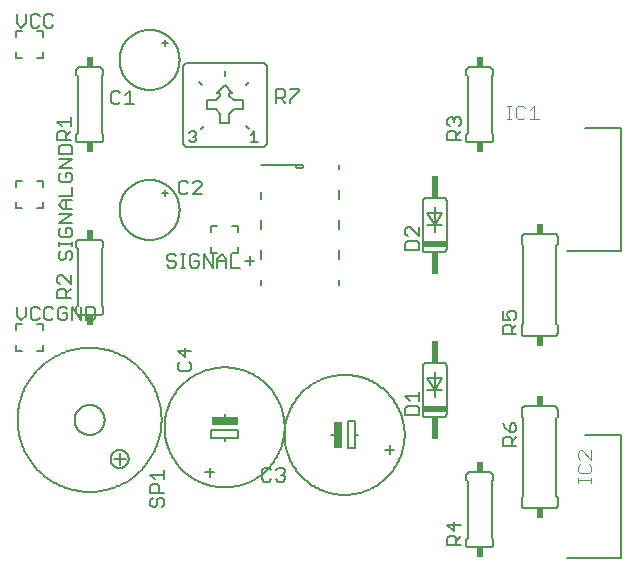
<source format=gto>
G75*
%MOIN*%
%OFA0B0*%
%FSLAX25Y25*%
%IPPOS*%
%LPD*%
%AMOC8*
5,1,8,0,0,1.08239X$1,22.5*
%
%ADD10C,0.00600*%
%ADD11C,0.00500*%
%ADD12R,0.02500X0.09000*%
%ADD13R,0.09000X0.02500*%
%ADD14R,0.08000X0.02000*%
%ADD15R,0.02000X0.07500*%
%ADD16C,0.00787*%
%ADD17C,0.00400*%
%ADD18R,0.02400X0.03400*%
D10*
X0041800Y0046800D02*
X0041800Y0050800D01*
X0038800Y0048800D02*
X0038802Y0048909D01*
X0038808Y0049018D01*
X0038818Y0049126D01*
X0038832Y0049234D01*
X0038849Y0049342D01*
X0038871Y0049449D01*
X0038896Y0049555D01*
X0038926Y0049659D01*
X0038959Y0049763D01*
X0038996Y0049866D01*
X0039036Y0049967D01*
X0039080Y0050066D01*
X0039128Y0050164D01*
X0039180Y0050261D01*
X0039234Y0050355D01*
X0039292Y0050447D01*
X0039354Y0050537D01*
X0039419Y0050624D01*
X0039486Y0050710D01*
X0039557Y0050793D01*
X0039631Y0050873D01*
X0039708Y0050950D01*
X0039787Y0051025D01*
X0039869Y0051096D01*
X0039954Y0051165D01*
X0040041Y0051230D01*
X0040130Y0051293D01*
X0040222Y0051351D01*
X0040316Y0051407D01*
X0040411Y0051459D01*
X0040509Y0051508D01*
X0040608Y0051553D01*
X0040709Y0051595D01*
X0040811Y0051632D01*
X0040914Y0051666D01*
X0041019Y0051697D01*
X0041125Y0051723D01*
X0041231Y0051746D01*
X0041339Y0051764D01*
X0041447Y0051779D01*
X0041555Y0051790D01*
X0041664Y0051797D01*
X0041773Y0051800D01*
X0041882Y0051799D01*
X0041991Y0051794D01*
X0042099Y0051785D01*
X0042207Y0051772D01*
X0042315Y0051755D01*
X0042422Y0051735D01*
X0042528Y0051710D01*
X0042633Y0051682D01*
X0042737Y0051650D01*
X0042840Y0051614D01*
X0042942Y0051574D01*
X0043042Y0051531D01*
X0043140Y0051484D01*
X0043237Y0051434D01*
X0043331Y0051380D01*
X0043424Y0051322D01*
X0043515Y0051262D01*
X0043603Y0051198D01*
X0043689Y0051131D01*
X0043772Y0051061D01*
X0043853Y0050988D01*
X0043931Y0050912D01*
X0044006Y0050833D01*
X0044079Y0050751D01*
X0044148Y0050667D01*
X0044214Y0050581D01*
X0044277Y0050492D01*
X0044337Y0050401D01*
X0044394Y0050308D01*
X0044447Y0050213D01*
X0044496Y0050116D01*
X0044542Y0050017D01*
X0044584Y0049917D01*
X0044623Y0049815D01*
X0044658Y0049711D01*
X0044689Y0049607D01*
X0044717Y0049502D01*
X0044740Y0049395D01*
X0044760Y0049288D01*
X0044776Y0049180D01*
X0044788Y0049072D01*
X0044796Y0048963D01*
X0044800Y0048854D01*
X0044800Y0048746D01*
X0044796Y0048637D01*
X0044788Y0048528D01*
X0044776Y0048420D01*
X0044760Y0048312D01*
X0044740Y0048205D01*
X0044717Y0048098D01*
X0044689Y0047993D01*
X0044658Y0047889D01*
X0044623Y0047785D01*
X0044584Y0047683D01*
X0044542Y0047583D01*
X0044496Y0047484D01*
X0044447Y0047387D01*
X0044394Y0047292D01*
X0044337Y0047199D01*
X0044277Y0047108D01*
X0044214Y0047019D01*
X0044148Y0046933D01*
X0044079Y0046849D01*
X0044006Y0046767D01*
X0043931Y0046688D01*
X0043853Y0046612D01*
X0043772Y0046539D01*
X0043689Y0046469D01*
X0043603Y0046402D01*
X0043515Y0046338D01*
X0043424Y0046278D01*
X0043331Y0046220D01*
X0043237Y0046166D01*
X0043140Y0046116D01*
X0043042Y0046069D01*
X0042942Y0046026D01*
X0042840Y0045986D01*
X0042737Y0045950D01*
X0042633Y0045918D01*
X0042528Y0045890D01*
X0042422Y0045865D01*
X0042315Y0045845D01*
X0042207Y0045828D01*
X0042099Y0045815D01*
X0041991Y0045806D01*
X0041882Y0045801D01*
X0041773Y0045800D01*
X0041664Y0045803D01*
X0041555Y0045810D01*
X0041447Y0045821D01*
X0041339Y0045836D01*
X0041231Y0045854D01*
X0041125Y0045877D01*
X0041019Y0045903D01*
X0040914Y0045934D01*
X0040811Y0045968D01*
X0040709Y0046005D01*
X0040608Y0046047D01*
X0040509Y0046092D01*
X0040411Y0046141D01*
X0040316Y0046193D01*
X0040222Y0046249D01*
X0040130Y0046307D01*
X0040041Y0046370D01*
X0039954Y0046435D01*
X0039869Y0046504D01*
X0039787Y0046575D01*
X0039708Y0046650D01*
X0039631Y0046727D01*
X0039557Y0046807D01*
X0039486Y0046890D01*
X0039419Y0046976D01*
X0039354Y0047063D01*
X0039292Y0047153D01*
X0039234Y0047245D01*
X0039180Y0047339D01*
X0039128Y0047436D01*
X0039080Y0047534D01*
X0039036Y0047633D01*
X0038996Y0047734D01*
X0038959Y0047837D01*
X0038926Y0047941D01*
X0038896Y0048045D01*
X0038871Y0048151D01*
X0038849Y0048258D01*
X0038832Y0048366D01*
X0038818Y0048474D01*
X0038808Y0048582D01*
X0038802Y0048691D01*
X0038800Y0048800D01*
X0039800Y0048800D02*
X0043800Y0048800D01*
X0007800Y0061800D02*
X0007807Y0062389D01*
X0007829Y0062978D01*
X0007865Y0063566D01*
X0007916Y0064152D01*
X0007980Y0064738D01*
X0008060Y0065322D01*
X0008153Y0065903D01*
X0008261Y0066482D01*
X0008383Y0067058D01*
X0008519Y0067632D01*
X0008669Y0068201D01*
X0008833Y0068767D01*
X0009011Y0069328D01*
X0009203Y0069885D01*
X0009408Y0070437D01*
X0009627Y0070984D01*
X0009859Y0071526D01*
X0010104Y0072061D01*
X0010363Y0072591D01*
X0010634Y0073114D01*
X0010918Y0073630D01*
X0011215Y0074138D01*
X0011524Y0074640D01*
X0011845Y0075134D01*
X0012178Y0075619D01*
X0012523Y0076097D01*
X0012880Y0076566D01*
X0013248Y0077025D01*
X0013627Y0077476D01*
X0014017Y0077917D01*
X0014418Y0078349D01*
X0014829Y0078771D01*
X0015251Y0079182D01*
X0015683Y0079583D01*
X0016124Y0079973D01*
X0016575Y0080352D01*
X0017034Y0080720D01*
X0017503Y0081077D01*
X0017981Y0081422D01*
X0018466Y0081755D01*
X0018960Y0082076D01*
X0019462Y0082385D01*
X0019970Y0082682D01*
X0020486Y0082966D01*
X0021009Y0083237D01*
X0021539Y0083496D01*
X0022074Y0083741D01*
X0022616Y0083973D01*
X0023163Y0084192D01*
X0023715Y0084397D01*
X0024272Y0084589D01*
X0024833Y0084767D01*
X0025399Y0084931D01*
X0025968Y0085081D01*
X0026542Y0085217D01*
X0027118Y0085339D01*
X0027697Y0085447D01*
X0028278Y0085540D01*
X0028862Y0085620D01*
X0029448Y0085684D01*
X0030034Y0085735D01*
X0030622Y0085771D01*
X0031211Y0085793D01*
X0031800Y0085800D01*
X0032389Y0085793D01*
X0032978Y0085771D01*
X0033566Y0085735D01*
X0034152Y0085684D01*
X0034738Y0085620D01*
X0035322Y0085540D01*
X0035903Y0085447D01*
X0036482Y0085339D01*
X0037058Y0085217D01*
X0037632Y0085081D01*
X0038201Y0084931D01*
X0038767Y0084767D01*
X0039328Y0084589D01*
X0039885Y0084397D01*
X0040437Y0084192D01*
X0040984Y0083973D01*
X0041526Y0083741D01*
X0042061Y0083496D01*
X0042591Y0083237D01*
X0043114Y0082966D01*
X0043630Y0082682D01*
X0044138Y0082385D01*
X0044640Y0082076D01*
X0045134Y0081755D01*
X0045619Y0081422D01*
X0046097Y0081077D01*
X0046566Y0080720D01*
X0047025Y0080352D01*
X0047476Y0079973D01*
X0047917Y0079583D01*
X0048349Y0079182D01*
X0048771Y0078771D01*
X0049182Y0078349D01*
X0049583Y0077917D01*
X0049973Y0077476D01*
X0050352Y0077025D01*
X0050720Y0076566D01*
X0051077Y0076097D01*
X0051422Y0075619D01*
X0051755Y0075134D01*
X0052076Y0074640D01*
X0052385Y0074138D01*
X0052682Y0073630D01*
X0052966Y0073114D01*
X0053237Y0072591D01*
X0053496Y0072061D01*
X0053741Y0071526D01*
X0053973Y0070984D01*
X0054192Y0070437D01*
X0054397Y0069885D01*
X0054589Y0069328D01*
X0054767Y0068767D01*
X0054931Y0068201D01*
X0055081Y0067632D01*
X0055217Y0067058D01*
X0055339Y0066482D01*
X0055447Y0065903D01*
X0055540Y0065322D01*
X0055620Y0064738D01*
X0055684Y0064152D01*
X0055735Y0063566D01*
X0055771Y0062978D01*
X0055793Y0062389D01*
X0055800Y0061800D01*
X0055793Y0061211D01*
X0055771Y0060622D01*
X0055735Y0060034D01*
X0055684Y0059448D01*
X0055620Y0058862D01*
X0055540Y0058278D01*
X0055447Y0057697D01*
X0055339Y0057118D01*
X0055217Y0056542D01*
X0055081Y0055968D01*
X0054931Y0055399D01*
X0054767Y0054833D01*
X0054589Y0054272D01*
X0054397Y0053715D01*
X0054192Y0053163D01*
X0053973Y0052616D01*
X0053741Y0052074D01*
X0053496Y0051539D01*
X0053237Y0051009D01*
X0052966Y0050486D01*
X0052682Y0049970D01*
X0052385Y0049462D01*
X0052076Y0048960D01*
X0051755Y0048466D01*
X0051422Y0047981D01*
X0051077Y0047503D01*
X0050720Y0047034D01*
X0050352Y0046575D01*
X0049973Y0046124D01*
X0049583Y0045683D01*
X0049182Y0045251D01*
X0048771Y0044829D01*
X0048349Y0044418D01*
X0047917Y0044017D01*
X0047476Y0043627D01*
X0047025Y0043248D01*
X0046566Y0042880D01*
X0046097Y0042523D01*
X0045619Y0042178D01*
X0045134Y0041845D01*
X0044640Y0041524D01*
X0044138Y0041215D01*
X0043630Y0040918D01*
X0043114Y0040634D01*
X0042591Y0040363D01*
X0042061Y0040104D01*
X0041526Y0039859D01*
X0040984Y0039627D01*
X0040437Y0039408D01*
X0039885Y0039203D01*
X0039328Y0039011D01*
X0038767Y0038833D01*
X0038201Y0038669D01*
X0037632Y0038519D01*
X0037058Y0038383D01*
X0036482Y0038261D01*
X0035903Y0038153D01*
X0035322Y0038060D01*
X0034738Y0037980D01*
X0034152Y0037916D01*
X0033566Y0037865D01*
X0032978Y0037829D01*
X0032389Y0037807D01*
X0031800Y0037800D01*
X0031211Y0037807D01*
X0030622Y0037829D01*
X0030034Y0037865D01*
X0029448Y0037916D01*
X0028862Y0037980D01*
X0028278Y0038060D01*
X0027697Y0038153D01*
X0027118Y0038261D01*
X0026542Y0038383D01*
X0025968Y0038519D01*
X0025399Y0038669D01*
X0024833Y0038833D01*
X0024272Y0039011D01*
X0023715Y0039203D01*
X0023163Y0039408D01*
X0022616Y0039627D01*
X0022074Y0039859D01*
X0021539Y0040104D01*
X0021009Y0040363D01*
X0020486Y0040634D01*
X0019970Y0040918D01*
X0019462Y0041215D01*
X0018960Y0041524D01*
X0018466Y0041845D01*
X0017981Y0042178D01*
X0017503Y0042523D01*
X0017034Y0042880D01*
X0016575Y0043248D01*
X0016124Y0043627D01*
X0015683Y0044017D01*
X0015251Y0044418D01*
X0014829Y0044829D01*
X0014418Y0045251D01*
X0014017Y0045683D01*
X0013627Y0046124D01*
X0013248Y0046575D01*
X0012880Y0047034D01*
X0012523Y0047503D01*
X0012178Y0047981D01*
X0011845Y0048466D01*
X0011524Y0048960D01*
X0011215Y0049462D01*
X0010918Y0049970D01*
X0010634Y0050486D01*
X0010363Y0051009D01*
X0010104Y0051539D01*
X0009859Y0052074D01*
X0009627Y0052616D01*
X0009408Y0053163D01*
X0009203Y0053715D01*
X0009011Y0054272D01*
X0008833Y0054833D01*
X0008669Y0055399D01*
X0008519Y0055968D01*
X0008383Y0056542D01*
X0008261Y0057118D01*
X0008153Y0057697D01*
X0008060Y0058278D01*
X0007980Y0058862D01*
X0007916Y0059448D01*
X0007865Y0060034D01*
X0007829Y0060622D01*
X0007807Y0061211D01*
X0007800Y0061800D01*
X0026800Y0061800D02*
X0026802Y0061941D01*
X0026808Y0062082D01*
X0026818Y0062222D01*
X0026832Y0062362D01*
X0026850Y0062502D01*
X0026871Y0062641D01*
X0026897Y0062780D01*
X0026926Y0062918D01*
X0026960Y0063054D01*
X0026997Y0063190D01*
X0027038Y0063325D01*
X0027083Y0063459D01*
X0027132Y0063591D01*
X0027184Y0063722D01*
X0027240Y0063851D01*
X0027300Y0063978D01*
X0027363Y0064104D01*
X0027429Y0064228D01*
X0027500Y0064351D01*
X0027573Y0064471D01*
X0027650Y0064589D01*
X0027730Y0064705D01*
X0027814Y0064818D01*
X0027900Y0064929D01*
X0027990Y0065038D01*
X0028083Y0065144D01*
X0028178Y0065247D01*
X0028277Y0065348D01*
X0028378Y0065446D01*
X0028482Y0065541D01*
X0028589Y0065633D01*
X0028698Y0065722D01*
X0028810Y0065807D01*
X0028924Y0065890D01*
X0029040Y0065970D01*
X0029159Y0066046D01*
X0029280Y0066118D01*
X0029402Y0066188D01*
X0029527Y0066253D01*
X0029653Y0066316D01*
X0029781Y0066374D01*
X0029911Y0066429D01*
X0030042Y0066481D01*
X0030175Y0066528D01*
X0030309Y0066572D01*
X0030444Y0066613D01*
X0030580Y0066649D01*
X0030717Y0066681D01*
X0030855Y0066710D01*
X0030993Y0066735D01*
X0031133Y0066755D01*
X0031273Y0066772D01*
X0031413Y0066785D01*
X0031554Y0066794D01*
X0031694Y0066799D01*
X0031835Y0066800D01*
X0031976Y0066797D01*
X0032117Y0066790D01*
X0032257Y0066779D01*
X0032397Y0066764D01*
X0032537Y0066745D01*
X0032676Y0066723D01*
X0032814Y0066696D01*
X0032952Y0066666D01*
X0033088Y0066631D01*
X0033224Y0066593D01*
X0033358Y0066551D01*
X0033492Y0066505D01*
X0033624Y0066456D01*
X0033754Y0066402D01*
X0033883Y0066345D01*
X0034010Y0066285D01*
X0034136Y0066221D01*
X0034259Y0066153D01*
X0034381Y0066082D01*
X0034501Y0066008D01*
X0034618Y0065930D01*
X0034733Y0065849D01*
X0034846Y0065765D01*
X0034957Y0065678D01*
X0035065Y0065587D01*
X0035170Y0065494D01*
X0035273Y0065397D01*
X0035373Y0065298D01*
X0035470Y0065196D01*
X0035564Y0065091D01*
X0035655Y0064984D01*
X0035743Y0064874D01*
X0035828Y0064762D01*
X0035910Y0064647D01*
X0035989Y0064530D01*
X0036064Y0064411D01*
X0036136Y0064290D01*
X0036204Y0064167D01*
X0036269Y0064042D01*
X0036331Y0063915D01*
X0036388Y0063786D01*
X0036443Y0063656D01*
X0036493Y0063525D01*
X0036540Y0063392D01*
X0036583Y0063258D01*
X0036622Y0063122D01*
X0036657Y0062986D01*
X0036689Y0062849D01*
X0036716Y0062711D01*
X0036740Y0062572D01*
X0036760Y0062432D01*
X0036776Y0062292D01*
X0036788Y0062152D01*
X0036796Y0062011D01*
X0036800Y0061870D01*
X0036800Y0061730D01*
X0036796Y0061589D01*
X0036788Y0061448D01*
X0036776Y0061308D01*
X0036760Y0061168D01*
X0036740Y0061028D01*
X0036716Y0060889D01*
X0036689Y0060751D01*
X0036657Y0060614D01*
X0036622Y0060478D01*
X0036583Y0060342D01*
X0036540Y0060208D01*
X0036493Y0060075D01*
X0036443Y0059944D01*
X0036388Y0059814D01*
X0036331Y0059685D01*
X0036269Y0059558D01*
X0036204Y0059433D01*
X0036136Y0059310D01*
X0036064Y0059189D01*
X0035989Y0059070D01*
X0035910Y0058953D01*
X0035828Y0058838D01*
X0035743Y0058726D01*
X0035655Y0058616D01*
X0035564Y0058509D01*
X0035470Y0058404D01*
X0035373Y0058302D01*
X0035273Y0058203D01*
X0035170Y0058106D01*
X0035065Y0058013D01*
X0034957Y0057922D01*
X0034846Y0057835D01*
X0034733Y0057751D01*
X0034618Y0057670D01*
X0034501Y0057592D01*
X0034381Y0057518D01*
X0034259Y0057447D01*
X0034136Y0057379D01*
X0034010Y0057315D01*
X0033883Y0057255D01*
X0033754Y0057198D01*
X0033624Y0057144D01*
X0033492Y0057095D01*
X0033358Y0057049D01*
X0033224Y0057007D01*
X0033088Y0056969D01*
X0032952Y0056934D01*
X0032814Y0056904D01*
X0032676Y0056877D01*
X0032537Y0056855D01*
X0032397Y0056836D01*
X0032257Y0056821D01*
X0032117Y0056810D01*
X0031976Y0056803D01*
X0031835Y0056800D01*
X0031694Y0056801D01*
X0031554Y0056806D01*
X0031413Y0056815D01*
X0031273Y0056828D01*
X0031133Y0056845D01*
X0030993Y0056865D01*
X0030855Y0056890D01*
X0030717Y0056919D01*
X0030580Y0056951D01*
X0030444Y0056987D01*
X0030309Y0057028D01*
X0030175Y0057072D01*
X0030042Y0057119D01*
X0029911Y0057171D01*
X0029781Y0057226D01*
X0029653Y0057284D01*
X0029527Y0057347D01*
X0029402Y0057412D01*
X0029280Y0057482D01*
X0029159Y0057554D01*
X0029040Y0057630D01*
X0028924Y0057710D01*
X0028810Y0057793D01*
X0028698Y0057878D01*
X0028589Y0057967D01*
X0028482Y0058059D01*
X0028378Y0058154D01*
X0028277Y0058252D01*
X0028178Y0058353D01*
X0028083Y0058456D01*
X0027990Y0058562D01*
X0027900Y0058671D01*
X0027814Y0058782D01*
X0027730Y0058895D01*
X0027650Y0059011D01*
X0027573Y0059129D01*
X0027500Y0059249D01*
X0027429Y0059372D01*
X0027363Y0059496D01*
X0027300Y0059622D01*
X0027240Y0059749D01*
X0027184Y0059878D01*
X0027132Y0060009D01*
X0027083Y0060141D01*
X0027038Y0060275D01*
X0026997Y0060410D01*
X0026960Y0060546D01*
X0026926Y0060682D01*
X0026897Y0060820D01*
X0026871Y0060959D01*
X0026850Y0061098D01*
X0026832Y0061238D01*
X0026818Y0061378D01*
X0026808Y0061518D01*
X0026802Y0061659D01*
X0026800Y0061800D01*
X0016300Y0084800D02*
X0014300Y0084800D01*
X0016300Y0084800D02*
X0016300Y0086800D01*
X0016300Y0091800D02*
X0016300Y0093800D01*
X0014300Y0093800D01*
X0009300Y0093800D02*
X0007300Y0093800D01*
X0007300Y0091800D01*
X0007300Y0086800D02*
X0007300Y0084800D01*
X0009300Y0084800D01*
X0027300Y0097800D02*
X0027300Y0099300D01*
X0027800Y0099800D01*
X0027800Y0118800D01*
X0027300Y0119300D01*
X0027300Y0120800D01*
X0027302Y0120860D01*
X0027307Y0120921D01*
X0027316Y0120980D01*
X0027329Y0121039D01*
X0027345Y0121098D01*
X0027365Y0121155D01*
X0027388Y0121210D01*
X0027415Y0121265D01*
X0027444Y0121317D01*
X0027477Y0121368D01*
X0027513Y0121417D01*
X0027551Y0121463D01*
X0027593Y0121507D01*
X0027637Y0121549D01*
X0027683Y0121587D01*
X0027732Y0121623D01*
X0027783Y0121656D01*
X0027835Y0121685D01*
X0027890Y0121712D01*
X0027945Y0121735D01*
X0028002Y0121755D01*
X0028061Y0121771D01*
X0028120Y0121784D01*
X0028179Y0121793D01*
X0028240Y0121798D01*
X0028300Y0121800D01*
X0035300Y0121800D01*
X0035360Y0121798D01*
X0035421Y0121793D01*
X0035480Y0121784D01*
X0035539Y0121771D01*
X0035598Y0121755D01*
X0035655Y0121735D01*
X0035710Y0121712D01*
X0035765Y0121685D01*
X0035817Y0121656D01*
X0035868Y0121623D01*
X0035917Y0121587D01*
X0035963Y0121549D01*
X0036007Y0121507D01*
X0036049Y0121463D01*
X0036087Y0121417D01*
X0036123Y0121368D01*
X0036156Y0121317D01*
X0036185Y0121265D01*
X0036212Y0121210D01*
X0036235Y0121155D01*
X0036255Y0121098D01*
X0036271Y0121039D01*
X0036284Y0120980D01*
X0036293Y0120921D01*
X0036298Y0120860D01*
X0036300Y0120800D01*
X0036300Y0119300D01*
X0035800Y0118800D01*
X0035800Y0099800D01*
X0036300Y0099300D01*
X0036300Y0097800D01*
X0036298Y0097740D01*
X0036293Y0097679D01*
X0036284Y0097620D01*
X0036271Y0097561D01*
X0036255Y0097502D01*
X0036235Y0097445D01*
X0036212Y0097390D01*
X0036185Y0097335D01*
X0036156Y0097283D01*
X0036123Y0097232D01*
X0036087Y0097183D01*
X0036049Y0097137D01*
X0036007Y0097093D01*
X0035963Y0097051D01*
X0035917Y0097013D01*
X0035868Y0096977D01*
X0035817Y0096944D01*
X0035765Y0096915D01*
X0035710Y0096888D01*
X0035655Y0096865D01*
X0035598Y0096845D01*
X0035539Y0096829D01*
X0035480Y0096816D01*
X0035421Y0096807D01*
X0035360Y0096802D01*
X0035300Y0096800D01*
X0028300Y0096800D01*
X0028240Y0096802D01*
X0028179Y0096807D01*
X0028120Y0096816D01*
X0028061Y0096829D01*
X0028002Y0096845D01*
X0027945Y0096865D01*
X0027890Y0096888D01*
X0027835Y0096915D01*
X0027783Y0096944D01*
X0027732Y0096977D01*
X0027683Y0097013D01*
X0027637Y0097051D01*
X0027593Y0097093D01*
X0027551Y0097137D01*
X0027513Y0097183D01*
X0027477Y0097232D01*
X0027444Y0097283D01*
X0027415Y0097335D01*
X0027388Y0097390D01*
X0027365Y0097445D01*
X0027345Y0097502D01*
X0027329Y0097561D01*
X0027316Y0097620D01*
X0027307Y0097679D01*
X0027302Y0097740D01*
X0027300Y0097800D01*
X0041800Y0131800D02*
X0041803Y0132045D01*
X0041812Y0132291D01*
X0041827Y0132536D01*
X0041848Y0132780D01*
X0041875Y0133024D01*
X0041908Y0133267D01*
X0041947Y0133510D01*
X0041992Y0133751D01*
X0042043Y0133991D01*
X0042100Y0134230D01*
X0042162Y0134467D01*
X0042231Y0134703D01*
X0042305Y0134937D01*
X0042385Y0135169D01*
X0042470Y0135399D01*
X0042561Y0135627D01*
X0042658Y0135852D01*
X0042760Y0136076D01*
X0042868Y0136296D01*
X0042981Y0136514D01*
X0043099Y0136729D01*
X0043223Y0136941D01*
X0043351Y0137150D01*
X0043485Y0137356D01*
X0043624Y0137558D01*
X0043768Y0137757D01*
X0043917Y0137952D01*
X0044070Y0138144D01*
X0044228Y0138332D01*
X0044390Y0138516D01*
X0044558Y0138695D01*
X0044729Y0138871D01*
X0044905Y0139042D01*
X0045084Y0139210D01*
X0045268Y0139372D01*
X0045456Y0139530D01*
X0045648Y0139683D01*
X0045843Y0139832D01*
X0046042Y0139976D01*
X0046244Y0140115D01*
X0046450Y0140249D01*
X0046659Y0140377D01*
X0046871Y0140501D01*
X0047086Y0140619D01*
X0047304Y0140732D01*
X0047524Y0140840D01*
X0047748Y0140942D01*
X0047973Y0141039D01*
X0048201Y0141130D01*
X0048431Y0141215D01*
X0048663Y0141295D01*
X0048897Y0141369D01*
X0049133Y0141438D01*
X0049370Y0141500D01*
X0049609Y0141557D01*
X0049849Y0141608D01*
X0050090Y0141653D01*
X0050333Y0141692D01*
X0050576Y0141725D01*
X0050820Y0141752D01*
X0051064Y0141773D01*
X0051309Y0141788D01*
X0051555Y0141797D01*
X0051800Y0141800D01*
X0052045Y0141797D01*
X0052291Y0141788D01*
X0052536Y0141773D01*
X0052780Y0141752D01*
X0053024Y0141725D01*
X0053267Y0141692D01*
X0053510Y0141653D01*
X0053751Y0141608D01*
X0053991Y0141557D01*
X0054230Y0141500D01*
X0054467Y0141438D01*
X0054703Y0141369D01*
X0054937Y0141295D01*
X0055169Y0141215D01*
X0055399Y0141130D01*
X0055627Y0141039D01*
X0055852Y0140942D01*
X0056076Y0140840D01*
X0056296Y0140732D01*
X0056514Y0140619D01*
X0056729Y0140501D01*
X0056941Y0140377D01*
X0057150Y0140249D01*
X0057356Y0140115D01*
X0057558Y0139976D01*
X0057757Y0139832D01*
X0057952Y0139683D01*
X0058144Y0139530D01*
X0058332Y0139372D01*
X0058516Y0139210D01*
X0058695Y0139042D01*
X0058871Y0138871D01*
X0059042Y0138695D01*
X0059210Y0138516D01*
X0059372Y0138332D01*
X0059530Y0138144D01*
X0059683Y0137952D01*
X0059832Y0137757D01*
X0059976Y0137558D01*
X0060115Y0137356D01*
X0060249Y0137150D01*
X0060377Y0136941D01*
X0060501Y0136729D01*
X0060619Y0136514D01*
X0060732Y0136296D01*
X0060840Y0136076D01*
X0060942Y0135852D01*
X0061039Y0135627D01*
X0061130Y0135399D01*
X0061215Y0135169D01*
X0061295Y0134937D01*
X0061369Y0134703D01*
X0061438Y0134467D01*
X0061500Y0134230D01*
X0061557Y0133991D01*
X0061608Y0133751D01*
X0061653Y0133510D01*
X0061692Y0133267D01*
X0061725Y0133024D01*
X0061752Y0132780D01*
X0061773Y0132536D01*
X0061788Y0132291D01*
X0061797Y0132045D01*
X0061800Y0131800D01*
X0061797Y0131555D01*
X0061788Y0131309D01*
X0061773Y0131064D01*
X0061752Y0130820D01*
X0061725Y0130576D01*
X0061692Y0130333D01*
X0061653Y0130090D01*
X0061608Y0129849D01*
X0061557Y0129609D01*
X0061500Y0129370D01*
X0061438Y0129133D01*
X0061369Y0128897D01*
X0061295Y0128663D01*
X0061215Y0128431D01*
X0061130Y0128201D01*
X0061039Y0127973D01*
X0060942Y0127748D01*
X0060840Y0127524D01*
X0060732Y0127304D01*
X0060619Y0127086D01*
X0060501Y0126871D01*
X0060377Y0126659D01*
X0060249Y0126450D01*
X0060115Y0126244D01*
X0059976Y0126042D01*
X0059832Y0125843D01*
X0059683Y0125648D01*
X0059530Y0125456D01*
X0059372Y0125268D01*
X0059210Y0125084D01*
X0059042Y0124905D01*
X0058871Y0124729D01*
X0058695Y0124558D01*
X0058516Y0124390D01*
X0058332Y0124228D01*
X0058144Y0124070D01*
X0057952Y0123917D01*
X0057757Y0123768D01*
X0057558Y0123624D01*
X0057356Y0123485D01*
X0057150Y0123351D01*
X0056941Y0123223D01*
X0056729Y0123099D01*
X0056514Y0122981D01*
X0056296Y0122868D01*
X0056076Y0122760D01*
X0055852Y0122658D01*
X0055627Y0122561D01*
X0055399Y0122470D01*
X0055169Y0122385D01*
X0054937Y0122305D01*
X0054703Y0122231D01*
X0054467Y0122162D01*
X0054230Y0122100D01*
X0053991Y0122043D01*
X0053751Y0121992D01*
X0053510Y0121947D01*
X0053267Y0121908D01*
X0053024Y0121875D01*
X0052780Y0121848D01*
X0052536Y0121827D01*
X0052291Y0121812D01*
X0052045Y0121803D01*
X0051800Y0121800D01*
X0051555Y0121803D01*
X0051309Y0121812D01*
X0051064Y0121827D01*
X0050820Y0121848D01*
X0050576Y0121875D01*
X0050333Y0121908D01*
X0050090Y0121947D01*
X0049849Y0121992D01*
X0049609Y0122043D01*
X0049370Y0122100D01*
X0049133Y0122162D01*
X0048897Y0122231D01*
X0048663Y0122305D01*
X0048431Y0122385D01*
X0048201Y0122470D01*
X0047973Y0122561D01*
X0047748Y0122658D01*
X0047524Y0122760D01*
X0047304Y0122868D01*
X0047086Y0122981D01*
X0046871Y0123099D01*
X0046659Y0123223D01*
X0046450Y0123351D01*
X0046244Y0123485D01*
X0046042Y0123624D01*
X0045843Y0123768D01*
X0045648Y0123917D01*
X0045456Y0124070D01*
X0045268Y0124228D01*
X0045084Y0124390D01*
X0044905Y0124558D01*
X0044729Y0124729D01*
X0044558Y0124905D01*
X0044390Y0125084D01*
X0044228Y0125268D01*
X0044070Y0125456D01*
X0043917Y0125648D01*
X0043768Y0125843D01*
X0043624Y0126042D01*
X0043485Y0126244D01*
X0043351Y0126450D01*
X0043223Y0126659D01*
X0043099Y0126871D01*
X0042981Y0127086D01*
X0042868Y0127304D01*
X0042760Y0127524D01*
X0042658Y0127748D01*
X0042561Y0127973D01*
X0042470Y0128201D01*
X0042385Y0128431D01*
X0042305Y0128663D01*
X0042231Y0128897D01*
X0042162Y0129133D01*
X0042100Y0129370D01*
X0042043Y0129609D01*
X0041992Y0129849D01*
X0041947Y0130090D01*
X0041908Y0130333D01*
X0041875Y0130576D01*
X0041848Y0130820D01*
X0041827Y0131064D01*
X0041812Y0131309D01*
X0041803Y0131555D01*
X0041800Y0131800D01*
X0055800Y0137300D02*
X0056800Y0137300D01*
X0057800Y0137300D01*
X0056800Y0137300D02*
X0056800Y0136300D01*
X0056800Y0137300D02*
X0056800Y0138300D01*
X0072300Y0126300D02*
X0072300Y0124300D01*
X0072300Y0126300D02*
X0074300Y0126300D01*
X0079300Y0126300D02*
X0081300Y0126300D01*
X0081300Y0124300D01*
X0081300Y0119300D02*
X0081300Y0117300D01*
X0079300Y0117300D01*
X0074300Y0117300D02*
X0072300Y0117300D01*
X0072300Y0119300D01*
X0088800Y0118300D02*
X0088800Y0115300D01*
X0088800Y0108300D02*
X0088800Y0106800D01*
X0088800Y0125300D02*
X0088800Y0128300D01*
X0088800Y0135300D02*
X0088800Y0137800D01*
X0088800Y0146800D02*
X0100600Y0146800D01*
X0103000Y0146800D01*
X0102998Y0146731D01*
X0102992Y0146663D01*
X0102982Y0146595D01*
X0102969Y0146528D01*
X0102951Y0146462D01*
X0102930Y0146397D01*
X0102905Y0146333D01*
X0102877Y0146271D01*
X0102845Y0146210D01*
X0102810Y0146151D01*
X0102771Y0146095D01*
X0102729Y0146040D01*
X0102684Y0145989D01*
X0102636Y0145939D01*
X0102586Y0145893D01*
X0102533Y0145850D01*
X0102477Y0145809D01*
X0102420Y0145772D01*
X0102360Y0145739D01*
X0102298Y0145708D01*
X0102235Y0145682D01*
X0102171Y0145659D01*
X0102105Y0145639D01*
X0102038Y0145624D01*
X0101971Y0145612D01*
X0101903Y0145604D01*
X0101834Y0145600D01*
X0101766Y0145600D01*
X0101697Y0145604D01*
X0101629Y0145612D01*
X0101562Y0145624D01*
X0101495Y0145639D01*
X0101429Y0145659D01*
X0101365Y0145682D01*
X0101302Y0145708D01*
X0101240Y0145739D01*
X0101180Y0145772D01*
X0101123Y0145809D01*
X0101067Y0145850D01*
X0101014Y0145893D01*
X0100964Y0145939D01*
X0100916Y0145989D01*
X0100871Y0146040D01*
X0100829Y0146095D01*
X0100790Y0146151D01*
X0100755Y0146210D01*
X0100723Y0146271D01*
X0100695Y0146333D01*
X0100670Y0146397D01*
X0100649Y0146462D01*
X0100631Y0146528D01*
X0100618Y0146595D01*
X0100608Y0146663D01*
X0100602Y0146731D01*
X0100600Y0146800D01*
X0090800Y0153800D02*
X0090800Y0179800D01*
X0089800Y0180800D01*
X0063800Y0180800D01*
X0062800Y0179800D01*
X0062800Y0153800D01*
X0063800Y0152800D01*
X0089800Y0152800D01*
X0090800Y0153800D01*
X0084800Y0158800D02*
X0083800Y0159800D01*
X0082800Y0165300D02*
X0079800Y0165300D01*
X0078300Y0163800D01*
X0078300Y0160800D01*
X0075300Y0160800D01*
X0075300Y0163800D01*
X0073800Y0165300D01*
X0070800Y0165300D01*
X0070800Y0168300D01*
X0073800Y0168300D01*
X0075300Y0169800D01*
X0075300Y0170800D01*
X0074300Y0170800D01*
X0076800Y0173300D01*
X0079300Y0170800D01*
X0078300Y0170800D01*
X0078300Y0169800D01*
X0079800Y0168300D01*
X0082800Y0168300D01*
X0082800Y0165300D01*
X0083800Y0173300D02*
X0084800Y0174300D01*
X0076800Y0176500D02*
X0076800Y0178000D01*
X0069300Y0173300D02*
X0068300Y0174300D01*
X0056800Y0186300D02*
X0056800Y0187300D01*
X0057800Y0187300D01*
X0056800Y0187300D02*
X0055800Y0187300D01*
X0056800Y0187300D02*
X0056800Y0188300D01*
X0041800Y0181800D02*
X0041803Y0182045D01*
X0041812Y0182291D01*
X0041827Y0182536D01*
X0041848Y0182780D01*
X0041875Y0183024D01*
X0041908Y0183267D01*
X0041947Y0183510D01*
X0041992Y0183751D01*
X0042043Y0183991D01*
X0042100Y0184230D01*
X0042162Y0184467D01*
X0042231Y0184703D01*
X0042305Y0184937D01*
X0042385Y0185169D01*
X0042470Y0185399D01*
X0042561Y0185627D01*
X0042658Y0185852D01*
X0042760Y0186076D01*
X0042868Y0186296D01*
X0042981Y0186514D01*
X0043099Y0186729D01*
X0043223Y0186941D01*
X0043351Y0187150D01*
X0043485Y0187356D01*
X0043624Y0187558D01*
X0043768Y0187757D01*
X0043917Y0187952D01*
X0044070Y0188144D01*
X0044228Y0188332D01*
X0044390Y0188516D01*
X0044558Y0188695D01*
X0044729Y0188871D01*
X0044905Y0189042D01*
X0045084Y0189210D01*
X0045268Y0189372D01*
X0045456Y0189530D01*
X0045648Y0189683D01*
X0045843Y0189832D01*
X0046042Y0189976D01*
X0046244Y0190115D01*
X0046450Y0190249D01*
X0046659Y0190377D01*
X0046871Y0190501D01*
X0047086Y0190619D01*
X0047304Y0190732D01*
X0047524Y0190840D01*
X0047748Y0190942D01*
X0047973Y0191039D01*
X0048201Y0191130D01*
X0048431Y0191215D01*
X0048663Y0191295D01*
X0048897Y0191369D01*
X0049133Y0191438D01*
X0049370Y0191500D01*
X0049609Y0191557D01*
X0049849Y0191608D01*
X0050090Y0191653D01*
X0050333Y0191692D01*
X0050576Y0191725D01*
X0050820Y0191752D01*
X0051064Y0191773D01*
X0051309Y0191788D01*
X0051555Y0191797D01*
X0051800Y0191800D01*
X0052045Y0191797D01*
X0052291Y0191788D01*
X0052536Y0191773D01*
X0052780Y0191752D01*
X0053024Y0191725D01*
X0053267Y0191692D01*
X0053510Y0191653D01*
X0053751Y0191608D01*
X0053991Y0191557D01*
X0054230Y0191500D01*
X0054467Y0191438D01*
X0054703Y0191369D01*
X0054937Y0191295D01*
X0055169Y0191215D01*
X0055399Y0191130D01*
X0055627Y0191039D01*
X0055852Y0190942D01*
X0056076Y0190840D01*
X0056296Y0190732D01*
X0056514Y0190619D01*
X0056729Y0190501D01*
X0056941Y0190377D01*
X0057150Y0190249D01*
X0057356Y0190115D01*
X0057558Y0189976D01*
X0057757Y0189832D01*
X0057952Y0189683D01*
X0058144Y0189530D01*
X0058332Y0189372D01*
X0058516Y0189210D01*
X0058695Y0189042D01*
X0058871Y0188871D01*
X0059042Y0188695D01*
X0059210Y0188516D01*
X0059372Y0188332D01*
X0059530Y0188144D01*
X0059683Y0187952D01*
X0059832Y0187757D01*
X0059976Y0187558D01*
X0060115Y0187356D01*
X0060249Y0187150D01*
X0060377Y0186941D01*
X0060501Y0186729D01*
X0060619Y0186514D01*
X0060732Y0186296D01*
X0060840Y0186076D01*
X0060942Y0185852D01*
X0061039Y0185627D01*
X0061130Y0185399D01*
X0061215Y0185169D01*
X0061295Y0184937D01*
X0061369Y0184703D01*
X0061438Y0184467D01*
X0061500Y0184230D01*
X0061557Y0183991D01*
X0061608Y0183751D01*
X0061653Y0183510D01*
X0061692Y0183267D01*
X0061725Y0183024D01*
X0061752Y0182780D01*
X0061773Y0182536D01*
X0061788Y0182291D01*
X0061797Y0182045D01*
X0061800Y0181800D01*
X0061797Y0181555D01*
X0061788Y0181309D01*
X0061773Y0181064D01*
X0061752Y0180820D01*
X0061725Y0180576D01*
X0061692Y0180333D01*
X0061653Y0180090D01*
X0061608Y0179849D01*
X0061557Y0179609D01*
X0061500Y0179370D01*
X0061438Y0179133D01*
X0061369Y0178897D01*
X0061295Y0178663D01*
X0061215Y0178431D01*
X0061130Y0178201D01*
X0061039Y0177973D01*
X0060942Y0177748D01*
X0060840Y0177524D01*
X0060732Y0177304D01*
X0060619Y0177086D01*
X0060501Y0176871D01*
X0060377Y0176659D01*
X0060249Y0176450D01*
X0060115Y0176244D01*
X0059976Y0176042D01*
X0059832Y0175843D01*
X0059683Y0175648D01*
X0059530Y0175456D01*
X0059372Y0175268D01*
X0059210Y0175084D01*
X0059042Y0174905D01*
X0058871Y0174729D01*
X0058695Y0174558D01*
X0058516Y0174390D01*
X0058332Y0174228D01*
X0058144Y0174070D01*
X0057952Y0173917D01*
X0057757Y0173768D01*
X0057558Y0173624D01*
X0057356Y0173485D01*
X0057150Y0173351D01*
X0056941Y0173223D01*
X0056729Y0173099D01*
X0056514Y0172981D01*
X0056296Y0172868D01*
X0056076Y0172760D01*
X0055852Y0172658D01*
X0055627Y0172561D01*
X0055399Y0172470D01*
X0055169Y0172385D01*
X0054937Y0172305D01*
X0054703Y0172231D01*
X0054467Y0172162D01*
X0054230Y0172100D01*
X0053991Y0172043D01*
X0053751Y0171992D01*
X0053510Y0171947D01*
X0053267Y0171908D01*
X0053024Y0171875D01*
X0052780Y0171848D01*
X0052536Y0171827D01*
X0052291Y0171812D01*
X0052045Y0171803D01*
X0051800Y0171800D01*
X0051555Y0171803D01*
X0051309Y0171812D01*
X0051064Y0171827D01*
X0050820Y0171848D01*
X0050576Y0171875D01*
X0050333Y0171908D01*
X0050090Y0171947D01*
X0049849Y0171992D01*
X0049609Y0172043D01*
X0049370Y0172100D01*
X0049133Y0172162D01*
X0048897Y0172231D01*
X0048663Y0172305D01*
X0048431Y0172385D01*
X0048201Y0172470D01*
X0047973Y0172561D01*
X0047748Y0172658D01*
X0047524Y0172760D01*
X0047304Y0172868D01*
X0047086Y0172981D01*
X0046871Y0173099D01*
X0046659Y0173223D01*
X0046450Y0173351D01*
X0046244Y0173485D01*
X0046042Y0173624D01*
X0045843Y0173768D01*
X0045648Y0173917D01*
X0045456Y0174070D01*
X0045268Y0174228D01*
X0045084Y0174390D01*
X0044905Y0174558D01*
X0044729Y0174729D01*
X0044558Y0174905D01*
X0044390Y0175084D01*
X0044228Y0175268D01*
X0044070Y0175456D01*
X0043917Y0175648D01*
X0043768Y0175843D01*
X0043624Y0176042D01*
X0043485Y0176244D01*
X0043351Y0176450D01*
X0043223Y0176659D01*
X0043099Y0176871D01*
X0042981Y0177086D01*
X0042868Y0177304D01*
X0042760Y0177524D01*
X0042658Y0177748D01*
X0042561Y0177973D01*
X0042470Y0178201D01*
X0042385Y0178431D01*
X0042305Y0178663D01*
X0042231Y0178897D01*
X0042162Y0179133D01*
X0042100Y0179370D01*
X0042043Y0179609D01*
X0041992Y0179849D01*
X0041947Y0180090D01*
X0041908Y0180333D01*
X0041875Y0180576D01*
X0041848Y0180820D01*
X0041827Y0181064D01*
X0041812Y0181309D01*
X0041803Y0181555D01*
X0041800Y0181800D01*
X0036300Y0178300D02*
X0036300Y0176800D01*
X0035800Y0176300D01*
X0035800Y0157300D01*
X0036300Y0156800D01*
X0036300Y0155300D01*
X0036298Y0155240D01*
X0036293Y0155179D01*
X0036284Y0155120D01*
X0036271Y0155061D01*
X0036255Y0155002D01*
X0036235Y0154945D01*
X0036212Y0154890D01*
X0036185Y0154835D01*
X0036156Y0154783D01*
X0036123Y0154732D01*
X0036087Y0154683D01*
X0036049Y0154637D01*
X0036007Y0154593D01*
X0035963Y0154551D01*
X0035917Y0154513D01*
X0035868Y0154477D01*
X0035817Y0154444D01*
X0035765Y0154415D01*
X0035710Y0154388D01*
X0035655Y0154365D01*
X0035598Y0154345D01*
X0035539Y0154329D01*
X0035480Y0154316D01*
X0035421Y0154307D01*
X0035360Y0154302D01*
X0035300Y0154300D01*
X0028300Y0154300D01*
X0028240Y0154302D01*
X0028179Y0154307D01*
X0028120Y0154316D01*
X0028061Y0154329D01*
X0028002Y0154345D01*
X0027945Y0154365D01*
X0027890Y0154388D01*
X0027835Y0154415D01*
X0027783Y0154444D01*
X0027732Y0154477D01*
X0027683Y0154513D01*
X0027637Y0154551D01*
X0027593Y0154593D01*
X0027551Y0154637D01*
X0027513Y0154683D01*
X0027477Y0154732D01*
X0027444Y0154783D01*
X0027415Y0154835D01*
X0027388Y0154890D01*
X0027365Y0154945D01*
X0027345Y0155002D01*
X0027329Y0155061D01*
X0027316Y0155120D01*
X0027307Y0155179D01*
X0027302Y0155240D01*
X0027300Y0155300D01*
X0027300Y0156800D01*
X0027800Y0157300D01*
X0027800Y0176300D01*
X0027300Y0176800D01*
X0027300Y0178300D01*
X0027302Y0178360D01*
X0027307Y0178421D01*
X0027316Y0178480D01*
X0027329Y0178539D01*
X0027345Y0178598D01*
X0027365Y0178655D01*
X0027388Y0178710D01*
X0027415Y0178765D01*
X0027444Y0178817D01*
X0027477Y0178868D01*
X0027513Y0178917D01*
X0027551Y0178963D01*
X0027593Y0179007D01*
X0027637Y0179049D01*
X0027683Y0179087D01*
X0027732Y0179123D01*
X0027783Y0179156D01*
X0027835Y0179185D01*
X0027890Y0179212D01*
X0027945Y0179235D01*
X0028002Y0179255D01*
X0028061Y0179271D01*
X0028120Y0179284D01*
X0028179Y0179293D01*
X0028240Y0179298D01*
X0028300Y0179300D01*
X0035300Y0179300D01*
X0035360Y0179298D01*
X0035421Y0179293D01*
X0035480Y0179284D01*
X0035539Y0179271D01*
X0035598Y0179255D01*
X0035655Y0179235D01*
X0035710Y0179212D01*
X0035765Y0179185D01*
X0035817Y0179156D01*
X0035868Y0179123D01*
X0035917Y0179087D01*
X0035963Y0179049D01*
X0036007Y0179007D01*
X0036049Y0178963D01*
X0036087Y0178917D01*
X0036123Y0178868D01*
X0036156Y0178817D01*
X0036185Y0178765D01*
X0036212Y0178710D01*
X0036235Y0178655D01*
X0036255Y0178598D01*
X0036271Y0178539D01*
X0036284Y0178480D01*
X0036293Y0178421D01*
X0036298Y0178360D01*
X0036300Y0178300D01*
X0016300Y0182300D02*
X0014300Y0182300D01*
X0016300Y0182300D02*
X0016300Y0184300D01*
X0016300Y0189300D02*
X0016300Y0191300D01*
X0014300Y0191300D01*
X0009300Y0191300D02*
X0007300Y0191300D01*
X0007300Y0189300D01*
X0007300Y0184300D02*
X0007300Y0182300D01*
X0009300Y0182300D01*
X0009300Y0141300D02*
X0007300Y0141300D01*
X0007300Y0139300D01*
X0007300Y0134300D02*
X0007300Y0132300D01*
X0009300Y0132300D01*
X0014300Y0132300D02*
X0016300Y0132300D01*
X0016300Y0134300D01*
X0016300Y0139300D02*
X0016300Y0141300D01*
X0014300Y0141300D01*
X0068800Y0158800D02*
X0069800Y0159800D01*
X0114800Y0146800D02*
X0114800Y0145300D01*
X0114800Y0138300D02*
X0114800Y0135300D01*
X0114800Y0128300D02*
X0114800Y0125300D01*
X0114800Y0118300D02*
X0114800Y0115300D01*
X0114800Y0108300D02*
X0114800Y0106800D01*
X0142800Y0118800D02*
X0142800Y0134800D01*
X0142802Y0134860D01*
X0142807Y0134921D01*
X0142816Y0134980D01*
X0142829Y0135039D01*
X0142845Y0135098D01*
X0142865Y0135155D01*
X0142888Y0135210D01*
X0142915Y0135265D01*
X0142944Y0135317D01*
X0142977Y0135368D01*
X0143013Y0135417D01*
X0143051Y0135463D01*
X0143093Y0135507D01*
X0143137Y0135549D01*
X0143183Y0135587D01*
X0143232Y0135623D01*
X0143283Y0135656D01*
X0143335Y0135685D01*
X0143390Y0135712D01*
X0143445Y0135735D01*
X0143502Y0135755D01*
X0143561Y0135771D01*
X0143620Y0135784D01*
X0143679Y0135793D01*
X0143740Y0135798D01*
X0143800Y0135800D01*
X0149800Y0135800D01*
X0149860Y0135798D01*
X0149921Y0135793D01*
X0149980Y0135784D01*
X0150039Y0135771D01*
X0150098Y0135755D01*
X0150155Y0135735D01*
X0150210Y0135712D01*
X0150265Y0135685D01*
X0150317Y0135656D01*
X0150368Y0135623D01*
X0150417Y0135587D01*
X0150463Y0135549D01*
X0150507Y0135507D01*
X0150549Y0135463D01*
X0150587Y0135417D01*
X0150623Y0135368D01*
X0150656Y0135317D01*
X0150685Y0135265D01*
X0150712Y0135210D01*
X0150735Y0135155D01*
X0150755Y0135098D01*
X0150771Y0135039D01*
X0150784Y0134980D01*
X0150793Y0134921D01*
X0150798Y0134860D01*
X0150800Y0134800D01*
X0150800Y0118800D01*
X0150798Y0118740D01*
X0150793Y0118679D01*
X0150784Y0118620D01*
X0150771Y0118561D01*
X0150755Y0118502D01*
X0150735Y0118445D01*
X0150712Y0118390D01*
X0150685Y0118335D01*
X0150656Y0118283D01*
X0150623Y0118232D01*
X0150587Y0118183D01*
X0150549Y0118137D01*
X0150507Y0118093D01*
X0150463Y0118051D01*
X0150417Y0118013D01*
X0150368Y0117977D01*
X0150317Y0117944D01*
X0150265Y0117915D01*
X0150210Y0117888D01*
X0150155Y0117865D01*
X0150098Y0117845D01*
X0150039Y0117829D01*
X0149980Y0117816D01*
X0149921Y0117807D01*
X0149860Y0117802D01*
X0149800Y0117800D01*
X0143800Y0117800D01*
X0143740Y0117802D01*
X0143679Y0117807D01*
X0143620Y0117816D01*
X0143561Y0117829D01*
X0143502Y0117845D01*
X0143445Y0117865D01*
X0143390Y0117888D01*
X0143335Y0117915D01*
X0143283Y0117944D01*
X0143232Y0117977D01*
X0143183Y0118013D01*
X0143137Y0118051D01*
X0143093Y0118093D01*
X0143051Y0118137D01*
X0143013Y0118183D01*
X0142977Y0118232D01*
X0142944Y0118283D01*
X0142915Y0118335D01*
X0142888Y0118390D01*
X0142865Y0118445D01*
X0142845Y0118502D01*
X0142829Y0118561D01*
X0142816Y0118620D01*
X0142807Y0118679D01*
X0142802Y0118740D01*
X0142800Y0118800D01*
X0146800Y0124300D02*
X0146800Y0126800D01*
X0149300Y0126800D01*
X0146800Y0126800D02*
X0144300Y0126800D01*
X0146800Y0126800D02*
X0144300Y0130800D01*
X0149300Y0130800D01*
X0146800Y0126800D01*
X0146800Y0132800D01*
X0158300Y0154300D02*
X0165300Y0154300D01*
X0165360Y0154302D01*
X0165421Y0154307D01*
X0165480Y0154316D01*
X0165539Y0154329D01*
X0165598Y0154345D01*
X0165655Y0154365D01*
X0165710Y0154388D01*
X0165765Y0154415D01*
X0165817Y0154444D01*
X0165868Y0154477D01*
X0165917Y0154513D01*
X0165963Y0154551D01*
X0166007Y0154593D01*
X0166049Y0154637D01*
X0166087Y0154683D01*
X0166123Y0154732D01*
X0166156Y0154783D01*
X0166185Y0154835D01*
X0166212Y0154890D01*
X0166235Y0154945D01*
X0166255Y0155002D01*
X0166271Y0155061D01*
X0166284Y0155120D01*
X0166293Y0155179D01*
X0166298Y0155240D01*
X0166300Y0155300D01*
X0166300Y0156800D01*
X0165800Y0157300D01*
X0165800Y0176300D01*
X0166300Y0176800D01*
X0166300Y0178300D01*
X0166298Y0178360D01*
X0166293Y0178421D01*
X0166284Y0178480D01*
X0166271Y0178539D01*
X0166255Y0178598D01*
X0166235Y0178655D01*
X0166212Y0178710D01*
X0166185Y0178765D01*
X0166156Y0178817D01*
X0166123Y0178868D01*
X0166087Y0178917D01*
X0166049Y0178963D01*
X0166007Y0179007D01*
X0165963Y0179049D01*
X0165917Y0179087D01*
X0165868Y0179123D01*
X0165817Y0179156D01*
X0165765Y0179185D01*
X0165710Y0179212D01*
X0165655Y0179235D01*
X0165598Y0179255D01*
X0165539Y0179271D01*
X0165480Y0179284D01*
X0165421Y0179293D01*
X0165360Y0179298D01*
X0165300Y0179300D01*
X0158300Y0179300D01*
X0158240Y0179298D01*
X0158179Y0179293D01*
X0158120Y0179284D01*
X0158061Y0179271D01*
X0158002Y0179255D01*
X0157945Y0179235D01*
X0157890Y0179212D01*
X0157835Y0179185D01*
X0157783Y0179156D01*
X0157732Y0179123D01*
X0157683Y0179087D01*
X0157637Y0179049D01*
X0157593Y0179007D01*
X0157551Y0178963D01*
X0157513Y0178917D01*
X0157477Y0178868D01*
X0157444Y0178817D01*
X0157415Y0178765D01*
X0157388Y0178710D01*
X0157365Y0178655D01*
X0157345Y0178598D01*
X0157329Y0178539D01*
X0157316Y0178480D01*
X0157307Y0178421D01*
X0157302Y0178360D01*
X0157300Y0178300D01*
X0157300Y0176800D01*
X0157800Y0176300D01*
X0157800Y0157300D01*
X0157300Y0156800D01*
X0157300Y0155300D01*
X0157302Y0155240D01*
X0157307Y0155179D01*
X0157316Y0155120D01*
X0157329Y0155061D01*
X0157345Y0155002D01*
X0157365Y0154945D01*
X0157388Y0154890D01*
X0157415Y0154835D01*
X0157444Y0154783D01*
X0157477Y0154732D01*
X0157513Y0154683D01*
X0157551Y0154637D01*
X0157593Y0154593D01*
X0157637Y0154551D01*
X0157683Y0154513D01*
X0157732Y0154477D01*
X0157783Y0154444D01*
X0157835Y0154415D01*
X0157890Y0154388D01*
X0157945Y0154365D01*
X0158002Y0154345D01*
X0158061Y0154329D01*
X0158120Y0154316D01*
X0158179Y0154307D01*
X0158240Y0154302D01*
X0158300Y0154300D01*
X0176800Y0123800D02*
X0186800Y0123800D01*
X0186860Y0123798D01*
X0186921Y0123793D01*
X0186980Y0123784D01*
X0187039Y0123771D01*
X0187098Y0123755D01*
X0187155Y0123735D01*
X0187210Y0123712D01*
X0187265Y0123685D01*
X0187317Y0123656D01*
X0187368Y0123623D01*
X0187417Y0123587D01*
X0187463Y0123549D01*
X0187507Y0123507D01*
X0187549Y0123463D01*
X0187587Y0123417D01*
X0187623Y0123368D01*
X0187656Y0123317D01*
X0187685Y0123265D01*
X0187712Y0123210D01*
X0187735Y0123155D01*
X0187755Y0123098D01*
X0187771Y0123039D01*
X0187784Y0122980D01*
X0187793Y0122921D01*
X0187798Y0122860D01*
X0187800Y0122800D01*
X0187800Y0120300D01*
X0187300Y0119800D01*
X0187300Y0093800D01*
X0187800Y0093300D01*
X0187800Y0090800D01*
X0187798Y0090740D01*
X0187793Y0090679D01*
X0187784Y0090620D01*
X0187771Y0090561D01*
X0187755Y0090502D01*
X0187735Y0090445D01*
X0187712Y0090390D01*
X0187685Y0090335D01*
X0187656Y0090283D01*
X0187623Y0090232D01*
X0187587Y0090183D01*
X0187549Y0090137D01*
X0187507Y0090093D01*
X0187463Y0090051D01*
X0187417Y0090013D01*
X0187368Y0089977D01*
X0187317Y0089944D01*
X0187265Y0089915D01*
X0187210Y0089888D01*
X0187155Y0089865D01*
X0187098Y0089845D01*
X0187039Y0089829D01*
X0186980Y0089816D01*
X0186921Y0089807D01*
X0186860Y0089802D01*
X0186800Y0089800D01*
X0176800Y0089800D01*
X0176740Y0089802D01*
X0176679Y0089807D01*
X0176620Y0089816D01*
X0176561Y0089829D01*
X0176502Y0089845D01*
X0176445Y0089865D01*
X0176390Y0089888D01*
X0176335Y0089915D01*
X0176283Y0089944D01*
X0176232Y0089977D01*
X0176183Y0090013D01*
X0176137Y0090051D01*
X0176093Y0090093D01*
X0176051Y0090137D01*
X0176013Y0090183D01*
X0175977Y0090232D01*
X0175944Y0090283D01*
X0175915Y0090335D01*
X0175888Y0090390D01*
X0175865Y0090445D01*
X0175845Y0090502D01*
X0175829Y0090561D01*
X0175816Y0090620D01*
X0175807Y0090679D01*
X0175802Y0090740D01*
X0175800Y0090800D01*
X0175800Y0093300D01*
X0176300Y0093800D01*
X0176300Y0119800D01*
X0175800Y0120300D01*
X0175800Y0122800D01*
X0175802Y0122860D01*
X0175807Y0122921D01*
X0175816Y0122980D01*
X0175829Y0123039D01*
X0175845Y0123098D01*
X0175865Y0123155D01*
X0175888Y0123210D01*
X0175915Y0123265D01*
X0175944Y0123317D01*
X0175977Y0123368D01*
X0176013Y0123417D01*
X0176051Y0123463D01*
X0176093Y0123507D01*
X0176137Y0123549D01*
X0176183Y0123587D01*
X0176232Y0123623D01*
X0176283Y0123656D01*
X0176335Y0123685D01*
X0176390Y0123712D01*
X0176445Y0123735D01*
X0176502Y0123755D01*
X0176561Y0123771D01*
X0176620Y0123784D01*
X0176679Y0123793D01*
X0176740Y0123798D01*
X0176800Y0123800D01*
X0149800Y0080800D02*
X0143800Y0080800D01*
X0143740Y0080798D01*
X0143679Y0080793D01*
X0143620Y0080784D01*
X0143561Y0080771D01*
X0143502Y0080755D01*
X0143445Y0080735D01*
X0143390Y0080712D01*
X0143335Y0080685D01*
X0143283Y0080656D01*
X0143232Y0080623D01*
X0143183Y0080587D01*
X0143137Y0080549D01*
X0143093Y0080507D01*
X0143051Y0080463D01*
X0143013Y0080417D01*
X0142977Y0080368D01*
X0142944Y0080317D01*
X0142915Y0080265D01*
X0142888Y0080210D01*
X0142865Y0080155D01*
X0142845Y0080098D01*
X0142829Y0080039D01*
X0142816Y0079980D01*
X0142807Y0079921D01*
X0142802Y0079860D01*
X0142800Y0079800D01*
X0142800Y0063800D01*
X0142802Y0063740D01*
X0142807Y0063679D01*
X0142816Y0063620D01*
X0142829Y0063561D01*
X0142845Y0063502D01*
X0142865Y0063445D01*
X0142888Y0063390D01*
X0142915Y0063335D01*
X0142944Y0063283D01*
X0142977Y0063232D01*
X0143013Y0063183D01*
X0143051Y0063137D01*
X0143093Y0063093D01*
X0143137Y0063051D01*
X0143183Y0063013D01*
X0143232Y0062977D01*
X0143283Y0062944D01*
X0143335Y0062915D01*
X0143390Y0062888D01*
X0143445Y0062865D01*
X0143502Y0062845D01*
X0143561Y0062829D01*
X0143620Y0062816D01*
X0143679Y0062807D01*
X0143740Y0062802D01*
X0143800Y0062800D01*
X0149800Y0062800D01*
X0149860Y0062802D01*
X0149921Y0062807D01*
X0149980Y0062816D01*
X0150039Y0062829D01*
X0150098Y0062845D01*
X0150155Y0062865D01*
X0150210Y0062888D01*
X0150265Y0062915D01*
X0150317Y0062944D01*
X0150368Y0062977D01*
X0150417Y0063013D01*
X0150463Y0063051D01*
X0150507Y0063093D01*
X0150549Y0063137D01*
X0150587Y0063183D01*
X0150623Y0063232D01*
X0150656Y0063283D01*
X0150685Y0063335D01*
X0150712Y0063390D01*
X0150735Y0063445D01*
X0150755Y0063502D01*
X0150771Y0063561D01*
X0150784Y0063620D01*
X0150793Y0063679D01*
X0150798Y0063740D01*
X0150800Y0063800D01*
X0150800Y0079800D01*
X0150798Y0079860D01*
X0150793Y0079921D01*
X0150784Y0079980D01*
X0150771Y0080039D01*
X0150755Y0080098D01*
X0150735Y0080155D01*
X0150712Y0080210D01*
X0150685Y0080265D01*
X0150656Y0080317D01*
X0150623Y0080368D01*
X0150587Y0080417D01*
X0150549Y0080463D01*
X0150507Y0080507D01*
X0150463Y0080549D01*
X0150417Y0080587D01*
X0150368Y0080623D01*
X0150317Y0080656D01*
X0150265Y0080685D01*
X0150210Y0080712D01*
X0150155Y0080735D01*
X0150098Y0080755D01*
X0150039Y0080771D01*
X0149980Y0080784D01*
X0149921Y0080793D01*
X0149860Y0080798D01*
X0149800Y0080800D01*
X0146800Y0077800D02*
X0146800Y0071800D01*
X0149300Y0071800D01*
X0146800Y0071800D02*
X0146800Y0069300D01*
X0146800Y0071800D02*
X0144300Y0071800D01*
X0146800Y0071800D02*
X0144300Y0075800D01*
X0149300Y0075800D01*
X0146800Y0071800D01*
X0131800Y0053300D02*
X0131800Y0050300D01*
X0130300Y0051800D02*
X0133300Y0051800D01*
X0121300Y0056800D02*
X0120300Y0056800D01*
X0120300Y0052300D01*
X0117800Y0052300D01*
X0117800Y0061300D01*
X0120300Y0061300D01*
X0120300Y0056800D01*
X0096800Y0056800D02*
X0096806Y0057291D01*
X0096824Y0057781D01*
X0096854Y0058271D01*
X0096896Y0058760D01*
X0096950Y0059248D01*
X0097016Y0059735D01*
X0097094Y0060219D01*
X0097184Y0060702D01*
X0097286Y0061182D01*
X0097399Y0061660D01*
X0097524Y0062134D01*
X0097661Y0062606D01*
X0097809Y0063074D01*
X0097969Y0063538D01*
X0098140Y0063998D01*
X0098322Y0064454D01*
X0098516Y0064905D01*
X0098720Y0065351D01*
X0098936Y0065792D01*
X0099162Y0066228D01*
X0099398Y0066658D01*
X0099645Y0067082D01*
X0099903Y0067500D01*
X0100171Y0067911D01*
X0100448Y0068316D01*
X0100736Y0068714D01*
X0101033Y0069105D01*
X0101340Y0069488D01*
X0101656Y0069863D01*
X0101981Y0070231D01*
X0102315Y0070591D01*
X0102658Y0070942D01*
X0103009Y0071285D01*
X0103369Y0071619D01*
X0103737Y0071944D01*
X0104112Y0072260D01*
X0104495Y0072567D01*
X0104886Y0072864D01*
X0105284Y0073152D01*
X0105689Y0073429D01*
X0106100Y0073697D01*
X0106518Y0073955D01*
X0106942Y0074202D01*
X0107372Y0074438D01*
X0107808Y0074664D01*
X0108249Y0074880D01*
X0108695Y0075084D01*
X0109146Y0075278D01*
X0109602Y0075460D01*
X0110062Y0075631D01*
X0110526Y0075791D01*
X0110994Y0075939D01*
X0111466Y0076076D01*
X0111940Y0076201D01*
X0112418Y0076314D01*
X0112898Y0076416D01*
X0113381Y0076506D01*
X0113865Y0076584D01*
X0114352Y0076650D01*
X0114840Y0076704D01*
X0115329Y0076746D01*
X0115819Y0076776D01*
X0116309Y0076794D01*
X0116800Y0076800D01*
X0117291Y0076794D01*
X0117781Y0076776D01*
X0118271Y0076746D01*
X0118760Y0076704D01*
X0119248Y0076650D01*
X0119735Y0076584D01*
X0120219Y0076506D01*
X0120702Y0076416D01*
X0121182Y0076314D01*
X0121660Y0076201D01*
X0122134Y0076076D01*
X0122606Y0075939D01*
X0123074Y0075791D01*
X0123538Y0075631D01*
X0123998Y0075460D01*
X0124454Y0075278D01*
X0124905Y0075084D01*
X0125351Y0074880D01*
X0125792Y0074664D01*
X0126228Y0074438D01*
X0126658Y0074202D01*
X0127082Y0073955D01*
X0127500Y0073697D01*
X0127911Y0073429D01*
X0128316Y0073152D01*
X0128714Y0072864D01*
X0129105Y0072567D01*
X0129488Y0072260D01*
X0129863Y0071944D01*
X0130231Y0071619D01*
X0130591Y0071285D01*
X0130942Y0070942D01*
X0131285Y0070591D01*
X0131619Y0070231D01*
X0131944Y0069863D01*
X0132260Y0069488D01*
X0132567Y0069105D01*
X0132864Y0068714D01*
X0133152Y0068316D01*
X0133429Y0067911D01*
X0133697Y0067500D01*
X0133955Y0067082D01*
X0134202Y0066658D01*
X0134438Y0066228D01*
X0134664Y0065792D01*
X0134880Y0065351D01*
X0135084Y0064905D01*
X0135278Y0064454D01*
X0135460Y0063998D01*
X0135631Y0063538D01*
X0135791Y0063074D01*
X0135939Y0062606D01*
X0136076Y0062134D01*
X0136201Y0061660D01*
X0136314Y0061182D01*
X0136416Y0060702D01*
X0136506Y0060219D01*
X0136584Y0059735D01*
X0136650Y0059248D01*
X0136704Y0058760D01*
X0136746Y0058271D01*
X0136776Y0057781D01*
X0136794Y0057291D01*
X0136800Y0056800D01*
X0136794Y0056309D01*
X0136776Y0055819D01*
X0136746Y0055329D01*
X0136704Y0054840D01*
X0136650Y0054352D01*
X0136584Y0053865D01*
X0136506Y0053381D01*
X0136416Y0052898D01*
X0136314Y0052418D01*
X0136201Y0051940D01*
X0136076Y0051466D01*
X0135939Y0050994D01*
X0135791Y0050526D01*
X0135631Y0050062D01*
X0135460Y0049602D01*
X0135278Y0049146D01*
X0135084Y0048695D01*
X0134880Y0048249D01*
X0134664Y0047808D01*
X0134438Y0047372D01*
X0134202Y0046942D01*
X0133955Y0046518D01*
X0133697Y0046100D01*
X0133429Y0045689D01*
X0133152Y0045284D01*
X0132864Y0044886D01*
X0132567Y0044495D01*
X0132260Y0044112D01*
X0131944Y0043737D01*
X0131619Y0043369D01*
X0131285Y0043009D01*
X0130942Y0042658D01*
X0130591Y0042315D01*
X0130231Y0041981D01*
X0129863Y0041656D01*
X0129488Y0041340D01*
X0129105Y0041033D01*
X0128714Y0040736D01*
X0128316Y0040448D01*
X0127911Y0040171D01*
X0127500Y0039903D01*
X0127082Y0039645D01*
X0126658Y0039398D01*
X0126228Y0039162D01*
X0125792Y0038936D01*
X0125351Y0038720D01*
X0124905Y0038516D01*
X0124454Y0038322D01*
X0123998Y0038140D01*
X0123538Y0037969D01*
X0123074Y0037809D01*
X0122606Y0037661D01*
X0122134Y0037524D01*
X0121660Y0037399D01*
X0121182Y0037286D01*
X0120702Y0037184D01*
X0120219Y0037094D01*
X0119735Y0037016D01*
X0119248Y0036950D01*
X0118760Y0036896D01*
X0118271Y0036854D01*
X0117781Y0036824D01*
X0117291Y0036806D01*
X0116800Y0036800D01*
X0116309Y0036806D01*
X0115819Y0036824D01*
X0115329Y0036854D01*
X0114840Y0036896D01*
X0114352Y0036950D01*
X0113865Y0037016D01*
X0113381Y0037094D01*
X0112898Y0037184D01*
X0112418Y0037286D01*
X0111940Y0037399D01*
X0111466Y0037524D01*
X0110994Y0037661D01*
X0110526Y0037809D01*
X0110062Y0037969D01*
X0109602Y0038140D01*
X0109146Y0038322D01*
X0108695Y0038516D01*
X0108249Y0038720D01*
X0107808Y0038936D01*
X0107372Y0039162D01*
X0106942Y0039398D01*
X0106518Y0039645D01*
X0106100Y0039903D01*
X0105689Y0040171D01*
X0105284Y0040448D01*
X0104886Y0040736D01*
X0104495Y0041033D01*
X0104112Y0041340D01*
X0103737Y0041656D01*
X0103369Y0041981D01*
X0103009Y0042315D01*
X0102658Y0042658D01*
X0102315Y0043009D01*
X0101981Y0043369D01*
X0101656Y0043737D01*
X0101340Y0044112D01*
X0101033Y0044495D01*
X0100736Y0044886D01*
X0100448Y0045284D01*
X0100171Y0045689D01*
X0099903Y0046100D01*
X0099645Y0046518D01*
X0099398Y0046942D01*
X0099162Y0047372D01*
X0098936Y0047808D01*
X0098720Y0048249D01*
X0098516Y0048695D01*
X0098322Y0049146D01*
X0098140Y0049602D01*
X0097969Y0050062D01*
X0097809Y0050526D01*
X0097661Y0050994D01*
X0097524Y0051466D01*
X0097399Y0051940D01*
X0097286Y0052418D01*
X0097184Y0052898D01*
X0097094Y0053381D01*
X0097016Y0053865D01*
X0096950Y0054352D01*
X0096896Y0054840D01*
X0096854Y0055329D01*
X0096824Y0055819D01*
X0096806Y0056309D01*
X0096800Y0056800D01*
X0081300Y0055800D02*
X0081300Y0058300D01*
X0072300Y0058300D01*
X0072300Y0055800D01*
X0076800Y0055800D01*
X0081300Y0055800D01*
X0076800Y0055800D02*
X0076800Y0054800D01*
X0056800Y0059300D02*
X0056806Y0059791D01*
X0056824Y0060281D01*
X0056854Y0060771D01*
X0056896Y0061260D01*
X0056950Y0061748D01*
X0057016Y0062235D01*
X0057094Y0062719D01*
X0057184Y0063202D01*
X0057286Y0063682D01*
X0057399Y0064160D01*
X0057524Y0064634D01*
X0057661Y0065106D01*
X0057809Y0065574D01*
X0057969Y0066038D01*
X0058140Y0066498D01*
X0058322Y0066954D01*
X0058516Y0067405D01*
X0058720Y0067851D01*
X0058936Y0068292D01*
X0059162Y0068728D01*
X0059398Y0069158D01*
X0059645Y0069582D01*
X0059903Y0070000D01*
X0060171Y0070411D01*
X0060448Y0070816D01*
X0060736Y0071214D01*
X0061033Y0071605D01*
X0061340Y0071988D01*
X0061656Y0072363D01*
X0061981Y0072731D01*
X0062315Y0073091D01*
X0062658Y0073442D01*
X0063009Y0073785D01*
X0063369Y0074119D01*
X0063737Y0074444D01*
X0064112Y0074760D01*
X0064495Y0075067D01*
X0064886Y0075364D01*
X0065284Y0075652D01*
X0065689Y0075929D01*
X0066100Y0076197D01*
X0066518Y0076455D01*
X0066942Y0076702D01*
X0067372Y0076938D01*
X0067808Y0077164D01*
X0068249Y0077380D01*
X0068695Y0077584D01*
X0069146Y0077778D01*
X0069602Y0077960D01*
X0070062Y0078131D01*
X0070526Y0078291D01*
X0070994Y0078439D01*
X0071466Y0078576D01*
X0071940Y0078701D01*
X0072418Y0078814D01*
X0072898Y0078916D01*
X0073381Y0079006D01*
X0073865Y0079084D01*
X0074352Y0079150D01*
X0074840Y0079204D01*
X0075329Y0079246D01*
X0075819Y0079276D01*
X0076309Y0079294D01*
X0076800Y0079300D01*
X0077291Y0079294D01*
X0077781Y0079276D01*
X0078271Y0079246D01*
X0078760Y0079204D01*
X0079248Y0079150D01*
X0079735Y0079084D01*
X0080219Y0079006D01*
X0080702Y0078916D01*
X0081182Y0078814D01*
X0081660Y0078701D01*
X0082134Y0078576D01*
X0082606Y0078439D01*
X0083074Y0078291D01*
X0083538Y0078131D01*
X0083998Y0077960D01*
X0084454Y0077778D01*
X0084905Y0077584D01*
X0085351Y0077380D01*
X0085792Y0077164D01*
X0086228Y0076938D01*
X0086658Y0076702D01*
X0087082Y0076455D01*
X0087500Y0076197D01*
X0087911Y0075929D01*
X0088316Y0075652D01*
X0088714Y0075364D01*
X0089105Y0075067D01*
X0089488Y0074760D01*
X0089863Y0074444D01*
X0090231Y0074119D01*
X0090591Y0073785D01*
X0090942Y0073442D01*
X0091285Y0073091D01*
X0091619Y0072731D01*
X0091944Y0072363D01*
X0092260Y0071988D01*
X0092567Y0071605D01*
X0092864Y0071214D01*
X0093152Y0070816D01*
X0093429Y0070411D01*
X0093697Y0070000D01*
X0093955Y0069582D01*
X0094202Y0069158D01*
X0094438Y0068728D01*
X0094664Y0068292D01*
X0094880Y0067851D01*
X0095084Y0067405D01*
X0095278Y0066954D01*
X0095460Y0066498D01*
X0095631Y0066038D01*
X0095791Y0065574D01*
X0095939Y0065106D01*
X0096076Y0064634D01*
X0096201Y0064160D01*
X0096314Y0063682D01*
X0096416Y0063202D01*
X0096506Y0062719D01*
X0096584Y0062235D01*
X0096650Y0061748D01*
X0096704Y0061260D01*
X0096746Y0060771D01*
X0096776Y0060281D01*
X0096794Y0059791D01*
X0096800Y0059300D01*
X0096794Y0058809D01*
X0096776Y0058319D01*
X0096746Y0057829D01*
X0096704Y0057340D01*
X0096650Y0056852D01*
X0096584Y0056365D01*
X0096506Y0055881D01*
X0096416Y0055398D01*
X0096314Y0054918D01*
X0096201Y0054440D01*
X0096076Y0053966D01*
X0095939Y0053494D01*
X0095791Y0053026D01*
X0095631Y0052562D01*
X0095460Y0052102D01*
X0095278Y0051646D01*
X0095084Y0051195D01*
X0094880Y0050749D01*
X0094664Y0050308D01*
X0094438Y0049872D01*
X0094202Y0049442D01*
X0093955Y0049018D01*
X0093697Y0048600D01*
X0093429Y0048189D01*
X0093152Y0047784D01*
X0092864Y0047386D01*
X0092567Y0046995D01*
X0092260Y0046612D01*
X0091944Y0046237D01*
X0091619Y0045869D01*
X0091285Y0045509D01*
X0090942Y0045158D01*
X0090591Y0044815D01*
X0090231Y0044481D01*
X0089863Y0044156D01*
X0089488Y0043840D01*
X0089105Y0043533D01*
X0088714Y0043236D01*
X0088316Y0042948D01*
X0087911Y0042671D01*
X0087500Y0042403D01*
X0087082Y0042145D01*
X0086658Y0041898D01*
X0086228Y0041662D01*
X0085792Y0041436D01*
X0085351Y0041220D01*
X0084905Y0041016D01*
X0084454Y0040822D01*
X0083998Y0040640D01*
X0083538Y0040469D01*
X0083074Y0040309D01*
X0082606Y0040161D01*
X0082134Y0040024D01*
X0081660Y0039899D01*
X0081182Y0039786D01*
X0080702Y0039684D01*
X0080219Y0039594D01*
X0079735Y0039516D01*
X0079248Y0039450D01*
X0078760Y0039396D01*
X0078271Y0039354D01*
X0077781Y0039324D01*
X0077291Y0039306D01*
X0076800Y0039300D01*
X0076309Y0039306D01*
X0075819Y0039324D01*
X0075329Y0039354D01*
X0074840Y0039396D01*
X0074352Y0039450D01*
X0073865Y0039516D01*
X0073381Y0039594D01*
X0072898Y0039684D01*
X0072418Y0039786D01*
X0071940Y0039899D01*
X0071466Y0040024D01*
X0070994Y0040161D01*
X0070526Y0040309D01*
X0070062Y0040469D01*
X0069602Y0040640D01*
X0069146Y0040822D01*
X0068695Y0041016D01*
X0068249Y0041220D01*
X0067808Y0041436D01*
X0067372Y0041662D01*
X0066942Y0041898D01*
X0066518Y0042145D01*
X0066100Y0042403D01*
X0065689Y0042671D01*
X0065284Y0042948D01*
X0064886Y0043236D01*
X0064495Y0043533D01*
X0064112Y0043840D01*
X0063737Y0044156D01*
X0063369Y0044481D01*
X0063009Y0044815D01*
X0062658Y0045158D01*
X0062315Y0045509D01*
X0061981Y0045869D01*
X0061656Y0046237D01*
X0061340Y0046612D01*
X0061033Y0046995D01*
X0060736Y0047386D01*
X0060448Y0047784D01*
X0060171Y0048189D01*
X0059903Y0048600D01*
X0059645Y0049018D01*
X0059398Y0049442D01*
X0059162Y0049872D01*
X0058936Y0050308D01*
X0058720Y0050749D01*
X0058516Y0051195D01*
X0058322Y0051646D01*
X0058140Y0052102D01*
X0057969Y0052562D01*
X0057809Y0053026D01*
X0057661Y0053494D01*
X0057524Y0053966D01*
X0057399Y0054440D01*
X0057286Y0054918D01*
X0057184Y0055398D01*
X0057094Y0055881D01*
X0057016Y0056365D01*
X0056950Y0056852D01*
X0056896Y0057340D01*
X0056854Y0057829D01*
X0056824Y0058319D01*
X0056806Y0058809D01*
X0056800Y0059300D01*
X0070300Y0044300D02*
X0073300Y0044300D01*
X0071800Y0045800D02*
X0071800Y0042800D01*
X0076800Y0061800D02*
X0076800Y0063800D01*
X0112300Y0056800D02*
X0114300Y0056800D01*
X0157300Y0043300D02*
X0157300Y0041800D01*
X0157800Y0041300D01*
X0157800Y0022300D01*
X0157300Y0021800D01*
X0157300Y0020300D01*
X0157302Y0020240D01*
X0157307Y0020179D01*
X0157316Y0020120D01*
X0157329Y0020061D01*
X0157345Y0020002D01*
X0157365Y0019945D01*
X0157388Y0019890D01*
X0157415Y0019835D01*
X0157444Y0019783D01*
X0157477Y0019732D01*
X0157513Y0019683D01*
X0157551Y0019637D01*
X0157593Y0019593D01*
X0157637Y0019551D01*
X0157683Y0019513D01*
X0157732Y0019477D01*
X0157783Y0019444D01*
X0157835Y0019415D01*
X0157890Y0019388D01*
X0157945Y0019365D01*
X0158002Y0019345D01*
X0158061Y0019329D01*
X0158120Y0019316D01*
X0158179Y0019307D01*
X0158240Y0019302D01*
X0158300Y0019300D01*
X0165300Y0019300D01*
X0165360Y0019302D01*
X0165421Y0019307D01*
X0165480Y0019316D01*
X0165539Y0019329D01*
X0165598Y0019345D01*
X0165655Y0019365D01*
X0165710Y0019388D01*
X0165765Y0019415D01*
X0165817Y0019444D01*
X0165868Y0019477D01*
X0165917Y0019513D01*
X0165963Y0019551D01*
X0166007Y0019593D01*
X0166049Y0019637D01*
X0166087Y0019683D01*
X0166123Y0019732D01*
X0166156Y0019783D01*
X0166185Y0019835D01*
X0166212Y0019890D01*
X0166235Y0019945D01*
X0166255Y0020002D01*
X0166271Y0020061D01*
X0166284Y0020120D01*
X0166293Y0020179D01*
X0166298Y0020240D01*
X0166300Y0020300D01*
X0166300Y0021800D01*
X0165800Y0022300D01*
X0165800Y0041300D01*
X0166300Y0041800D01*
X0166300Y0043300D01*
X0166298Y0043360D01*
X0166293Y0043421D01*
X0166284Y0043480D01*
X0166271Y0043539D01*
X0166255Y0043598D01*
X0166235Y0043655D01*
X0166212Y0043710D01*
X0166185Y0043765D01*
X0166156Y0043817D01*
X0166123Y0043868D01*
X0166087Y0043917D01*
X0166049Y0043963D01*
X0166007Y0044007D01*
X0165963Y0044049D01*
X0165917Y0044087D01*
X0165868Y0044123D01*
X0165817Y0044156D01*
X0165765Y0044185D01*
X0165710Y0044212D01*
X0165655Y0044235D01*
X0165598Y0044255D01*
X0165539Y0044271D01*
X0165480Y0044284D01*
X0165421Y0044293D01*
X0165360Y0044298D01*
X0165300Y0044300D01*
X0158300Y0044300D01*
X0158240Y0044298D01*
X0158179Y0044293D01*
X0158120Y0044284D01*
X0158061Y0044271D01*
X0158002Y0044255D01*
X0157945Y0044235D01*
X0157890Y0044212D01*
X0157835Y0044185D01*
X0157783Y0044156D01*
X0157732Y0044123D01*
X0157683Y0044087D01*
X0157637Y0044049D01*
X0157593Y0044007D01*
X0157551Y0043963D01*
X0157513Y0043917D01*
X0157477Y0043868D01*
X0157444Y0043817D01*
X0157415Y0043765D01*
X0157388Y0043710D01*
X0157365Y0043655D01*
X0157345Y0043598D01*
X0157329Y0043539D01*
X0157316Y0043480D01*
X0157307Y0043421D01*
X0157302Y0043360D01*
X0157300Y0043300D01*
X0175800Y0035800D02*
X0175800Y0033300D01*
X0175802Y0033240D01*
X0175807Y0033179D01*
X0175816Y0033120D01*
X0175829Y0033061D01*
X0175845Y0033002D01*
X0175865Y0032945D01*
X0175888Y0032890D01*
X0175915Y0032835D01*
X0175944Y0032783D01*
X0175977Y0032732D01*
X0176013Y0032683D01*
X0176051Y0032637D01*
X0176093Y0032593D01*
X0176137Y0032551D01*
X0176183Y0032513D01*
X0176232Y0032477D01*
X0176283Y0032444D01*
X0176335Y0032415D01*
X0176390Y0032388D01*
X0176445Y0032365D01*
X0176502Y0032345D01*
X0176561Y0032329D01*
X0176620Y0032316D01*
X0176679Y0032307D01*
X0176740Y0032302D01*
X0176800Y0032300D01*
X0186800Y0032300D01*
X0186860Y0032302D01*
X0186921Y0032307D01*
X0186980Y0032316D01*
X0187039Y0032329D01*
X0187098Y0032345D01*
X0187155Y0032365D01*
X0187210Y0032388D01*
X0187265Y0032415D01*
X0187317Y0032444D01*
X0187368Y0032477D01*
X0187417Y0032513D01*
X0187463Y0032551D01*
X0187507Y0032593D01*
X0187549Y0032637D01*
X0187587Y0032683D01*
X0187623Y0032732D01*
X0187656Y0032783D01*
X0187685Y0032835D01*
X0187712Y0032890D01*
X0187735Y0032945D01*
X0187755Y0033002D01*
X0187771Y0033061D01*
X0187784Y0033120D01*
X0187793Y0033179D01*
X0187798Y0033240D01*
X0187800Y0033300D01*
X0187800Y0035800D01*
X0187300Y0036300D01*
X0187300Y0062300D01*
X0187800Y0062800D01*
X0187800Y0065300D01*
X0187798Y0065360D01*
X0187793Y0065421D01*
X0187784Y0065480D01*
X0187771Y0065539D01*
X0187755Y0065598D01*
X0187735Y0065655D01*
X0187712Y0065710D01*
X0187685Y0065765D01*
X0187656Y0065817D01*
X0187623Y0065868D01*
X0187587Y0065917D01*
X0187549Y0065963D01*
X0187507Y0066007D01*
X0187463Y0066049D01*
X0187417Y0066087D01*
X0187368Y0066123D01*
X0187317Y0066156D01*
X0187265Y0066185D01*
X0187210Y0066212D01*
X0187155Y0066235D01*
X0187098Y0066255D01*
X0187039Y0066271D01*
X0186980Y0066284D01*
X0186921Y0066293D01*
X0186860Y0066298D01*
X0186800Y0066300D01*
X0176800Y0066300D01*
X0176740Y0066298D01*
X0176679Y0066293D01*
X0176620Y0066284D01*
X0176561Y0066271D01*
X0176502Y0066255D01*
X0176445Y0066235D01*
X0176390Y0066212D01*
X0176335Y0066185D01*
X0176283Y0066156D01*
X0176232Y0066123D01*
X0176183Y0066087D01*
X0176137Y0066049D01*
X0176093Y0066007D01*
X0176051Y0065963D01*
X0176013Y0065917D01*
X0175977Y0065868D01*
X0175944Y0065817D01*
X0175915Y0065765D01*
X0175888Y0065710D01*
X0175865Y0065655D01*
X0175845Y0065598D01*
X0175829Y0065539D01*
X0175816Y0065480D01*
X0175807Y0065421D01*
X0175802Y0065360D01*
X0175800Y0065300D01*
X0175800Y0062800D01*
X0176300Y0062300D01*
X0176300Y0036300D01*
X0175800Y0035800D01*
D11*
X0052797Y0032738D02*
X0052046Y0033489D01*
X0052046Y0034990D01*
X0052797Y0035741D01*
X0054298Y0034990D02*
X0054298Y0033489D01*
X0053547Y0032738D01*
X0052797Y0032738D01*
X0054298Y0034990D02*
X0055049Y0035741D01*
X0055799Y0035741D01*
X0056550Y0034990D01*
X0056550Y0033489D01*
X0055799Y0032738D01*
X0055049Y0037342D02*
X0055049Y0039594D01*
X0054298Y0040345D01*
X0052797Y0040345D01*
X0052046Y0039594D01*
X0052046Y0037342D01*
X0056550Y0037342D01*
X0056550Y0041946D02*
X0056550Y0044949D01*
X0056550Y0043447D02*
X0052046Y0043447D01*
X0053547Y0041946D01*
X0089342Y0042001D02*
X0090093Y0041250D01*
X0091594Y0041250D01*
X0092345Y0042001D01*
X0093946Y0042001D02*
X0094697Y0041250D01*
X0096198Y0041250D01*
X0096949Y0042001D01*
X0096949Y0042751D01*
X0096198Y0043502D01*
X0095447Y0043502D01*
X0096198Y0043502D02*
X0096949Y0044253D01*
X0096949Y0045003D01*
X0096198Y0045754D01*
X0094697Y0045754D01*
X0093946Y0045003D01*
X0092345Y0045003D02*
X0091594Y0045754D01*
X0090093Y0045754D01*
X0089342Y0045003D01*
X0089342Y0042001D01*
X0064999Y0078050D02*
X0061997Y0078050D01*
X0061246Y0078801D01*
X0061246Y0080302D01*
X0061997Y0081053D01*
X0063498Y0082654D02*
X0063498Y0085656D01*
X0061246Y0084906D02*
X0063498Y0082654D01*
X0064999Y0081053D02*
X0065750Y0080302D01*
X0065750Y0078801D01*
X0064999Y0078050D01*
X0065750Y0084906D02*
X0061246Y0084906D01*
X0033572Y0095801D02*
X0033572Y0098803D01*
X0032822Y0099554D01*
X0030570Y0099554D01*
X0030570Y0095050D01*
X0032822Y0095050D01*
X0033572Y0095801D01*
X0028968Y0095050D02*
X0028968Y0099554D01*
X0025966Y0099554D02*
X0025966Y0095050D01*
X0024364Y0095801D02*
X0024364Y0097302D01*
X0022863Y0097302D01*
X0021362Y0098803D02*
X0021362Y0095801D01*
X0022112Y0095050D01*
X0023614Y0095050D01*
X0024364Y0095801D01*
X0024364Y0098803D02*
X0023614Y0099554D01*
X0022112Y0099554D01*
X0021362Y0098803D01*
X0019760Y0098803D02*
X0019010Y0099554D01*
X0017508Y0099554D01*
X0016758Y0098803D01*
X0016758Y0095801D01*
X0017508Y0095050D01*
X0019010Y0095050D01*
X0019760Y0095801D01*
X0015156Y0095801D02*
X0014406Y0095050D01*
X0012905Y0095050D01*
X0012154Y0095801D01*
X0012154Y0098803D01*
X0012905Y0099554D01*
X0014406Y0099554D01*
X0015156Y0098803D01*
X0010553Y0099554D02*
X0010553Y0096551D01*
X0009051Y0095050D01*
X0007550Y0096551D01*
X0007550Y0099554D01*
X0021046Y0102550D02*
X0021046Y0104802D01*
X0021797Y0105553D01*
X0023298Y0105553D01*
X0024049Y0104802D01*
X0024049Y0102550D01*
X0025550Y0102550D02*
X0021046Y0102550D01*
X0024049Y0104051D02*
X0025550Y0105553D01*
X0025550Y0107154D02*
X0022547Y0110156D01*
X0021797Y0110156D01*
X0021046Y0109406D01*
X0021046Y0107905D01*
X0021797Y0107154D01*
X0025550Y0107154D02*
X0025550Y0110156D01*
X0025299Y0115050D02*
X0026050Y0115801D01*
X0026050Y0117302D01*
X0025299Y0118053D01*
X0024549Y0118053D01*
X0023798Y0117302D01*
X0023798Y0115801D01*
X0023047Y0115050D01*
X0022297Y0115050D01*
X0021546Y0115801D01*
X0021546Y0117302D01*
X0022297Y0118053D01*
X0021546Y0119654D02*
X0021546Y0121155D01*
X0021546Y0120405D02*
X0026050Y0120405D01*
X0026050Y0121155D02*
X0026050Y0119654D01*
X0025299Y0122723D02*
X0022297Y0122723D01*
X0021546Y0123474D01*
X0021546Y0124975D01*
X0022297Y0125726D01*
X0023798Y0125726D02*
X0023798Y0124224D01*
X0023798Y0125726D02*
X0025299Y0125726D01*
X0026050Y0124975D01*
X0026050Y0123474D01*
X0025299Y0122723D01*
X0026050Y0127327D02*
X0021546Y0127327D01*
X0026050Y0130330D01*
X0021546Y0130330D01*
X0023047Y0131931D02*
X0021546Y0133432D01*
X0023047Y0134934D01*
X0026050Y0134934D01*
X0026050Y0136535D02*
X0026050Y0139538D01*
X0025299Y0141139D02*
X0022297Y0141139D01*
X0021546Y0141890D01*
X0021546Y0143391D01*
X0022297Y0144141D01*
X0023798Y0144141D02*
X0023798Y0142640D01*
X0023798Y0144141D02*
X0025299Y0144141D01*
X0026050Y0143391D01*
X0026050Y0141890D01*
X0025299Y0141139D01*
X0026050Y0145743D02*
X0021546Y0145743D01*
X0026050Y0148745D01*
X0021546Y0148745D01*
X0021546Y0150347D02*
X0021546Y0152599D01*
X0022297Y0153349D01*
X0025299Y0153349D01*
X0026050Y0152599D01*
X0026050Y0150347D01*
X0021546Y0150347D01*
X0021046Y0155050D02*
X0021046Y0157302D01*
X0021797Y0158053D01*
X0023298Y0158053D01*
X0024049Y0157302D01*
X0024049Y0155050D01*
X0025550Y0155050D02*
X0021046Y0155050D01*
X0024049Y0156551D02*
X0025550Y0158053D01*
X0025550Y0159654D02*
X0025550Y0162656D01*
X0025550Y0161155D02*
X0021046Y0161155D01*
X0022547Y0159654D01*
X0039050Y0167801D02*
X0039801Y0167050D01*
X0041302Y0167050D01*
X0042053Y0167801D01*
X0043654Y0167050D02*
X0046656Y0167050D01*
X0045155Y0167050D02*
X0045155Y0171554D01*
X0043654Y0170053D01*
X0042053Y0170803D02*
X0041302Y0171554D01*
X0039801Y0171554D01*
X0039050Y0170803D01*
X0039050Y0167801D01*
X0065050Y0157386D02*
X0065617Y0157953D01*
X0066751Y0157953D01*
X0067319Y0157386D01*
X0067319Y0156819D01*
X0066751Y0156251D01*
X0067319Y0155684D01*
X0067319Y0155117D01*
X0066751Y0154550D01*
X0065617Y0154550D01*
X0065050Y0155117D01*
X0066184Y0156251D02*
X0066751Y0156251D01*
X0066905Y0141554D02*
X0066154Y0140803D01*
X0066905Y0141554D02*
X0068406Y0141554D01*
X0069156Y0140803D01*
X0069156Y0140053D01*
X0066154Y0137050D01*
X0069156Y0137050D01*
X0064553Y0137801D02*
X0063802Y0137050D01*
X0062301Y0137050D01*
X0061550Y0137801D01*
X0061550Y0140803D01*
X0062301Y0141554D01*
X0063802Y0141554D01*
X0064553Y0140803D01*
X0085550Y0154550D02*
X0087819Y0154550D01*
X0086684Y0154550D02*
X0086684Y0157953D01*
X0085550Y0156819D01*
X0094050Y0167550D02*
X0094050Y0172054D01*
X0096302Y0172054D01*
X0097053Y0171303D01*
X0097053Y0169802D01*
X0096302Y0169051D01*
X0094050Y0169051D01*
X0095551Y0169051D02*
X0097053Y0167550D01*
X0098654Y0167550D02*
X0098654Y0168301D01*
X0101656Y0171303D01*
X0101656Y0172054D01*
X0098654Y0172054D01*
X0137797Y0126156D02*
X0137046Y0125406D01*
X0137046Y0123905D01*
X0137797Y0123154D01*
X0137797Y0121553D02*
X0137046Y0120802D01*
X0137046Y0118550D01*
X0141550Y0118550D01*
X0141550Y0120802D01*
X0140799Y0121553D01*
X0137797Y0121553D01*
X0141550Y0123154D02*
X0138547Y0126156D01*
X0137797Y0126156D01*
X0141550Y0126156D02*
X0141550Y0123154D01*
X0169546Y0098156D02*
X0169546Y0095154D01*
X0171798Y0095154D01*
X0171047Y0096655D01*
X0171047Y0097406D01*
X0171798Y0098156D01*
X0173299Y0098156D01*
X0174050Y0097406D01*
X0174050Y0095905D01*
X0173299Y0095154D01*
X0174050Y0093553D02*
X0172549Y0092051D01*
X0172549Y0092802D02*
X0172549Y0090550D01*
X0174050Y0090550D02*
X0169546Y0090550D01*
X0169546Y0092802D01*
X0170297Y0093553D01*
X0171798Y0093553D01*
X0172549Y0092802D01*
X0141550Y0071156D02*
X0141550Y0068154D01*
X0141550Y0069655D02*
X0137046Y0069655D01*
X0138547Y0068154D01*
X0137797Y0066553D02*
X0137046Y0065802D01*
X0137046Y0063550D01*
X0141550Y0063550D01*
X0141550Y0065802D01*
X0140799Y0066553D01*
X0137797Y0066553D01*
X0169546Y0060656D02*
X0170297Y0059155D01*
X0171798Y0057654D01*
X0171798Y0059906D01*
X0172549Y0060656D01*
X0173299Y0060656D01*
X0174050Y0059906D01*
X0174050Y0058405D01*
X0173299Y0057654D01*
X0171798Y0057654D01*
X0171798Y0056053D02*
X0170297Y0056053D01*
X0169546Y0055302D01*
X0169546Y0053050D01*
X0174050Y0053050D01*
X0172549Y0053050D02*
X0172549Y0055302D01*
X0171798Y0056053D01*
X0172549Y0054551D02*
X0174050Y0056053D01*
X0155550Y0026906D02*
X0151046Y0026906D01*
X0153298Y0024654D01*
X0153298Y0027656D01*
X0153298Y0023053D02*
X0151797Y0023053D01*
X0151046Y0022302D01*
X0151046Y0020050D01*
X0155550Y0020050D01*
X0154049Y0020050D02*
X0154049Y0022302D01*
X0153298Y0023053D01*
X0154049Y0021551D02*
X0155550Y0023053D01*
X0085140Y0113301D02*
X0085140Y0116303D01*
X0083639Y0114802D02*
X0086641Y0114802D01*
X0082038Y0112550D02*
X0079035Y0112550D01*
X0079035Y0117054D01*
X0077434Y0115553D02*
X0077434Y0112550D01*
X0077434Y0114802D02*
X0074431Y0114802D01*
X0074431Y0115553D02*
X0075932Y0117054D01*
X0077434Y0115553D01*
X0074431Y0115553D02*
X0074431Y0112550D01*
X0072830Y0112550D02*
X0072830Y0117054D01*
X0069827Y0117054D02*
X0069827Y0112550D01*
X0068226Y0113301D02*
X0068226Y0114802D01*
X0066724Y0114802D01*
X0065223Y0116303D02*
X0065223Y0113301D01*
X0065974Y0112550D01*
X0067475Y0112550D01*
X0068226Y0113301D01*
X0068226Y0116303D02*
X0067475Y0117054D01*
X0065974Y0117054D01*
X0065223Y0116303D01*
X0063655Y0117054D02*
X0062154Y0117054D01*
X0062905Y0117054D02*
X0062905Y0112550D01*
X0063655Y0112550D02*
X0062154Y0112550D01*
X0060553Y0113301D02*
X0059802Y0112550D01*
X0058301Y0112550D01*
X0057550Y0113301D01*
X0058301Y0114802D02*
X0059802Y0114802D01*
X0060553Y0114051D01*
X0060553Y0113301D01*
X0058301Y0114802D02*
X0057550Y0115553D01*
X0057550Y0116303D01*
X0058301Y0117054D01*
X0059802Y0117054D01*
X0060553Y0116303D01*
X0069827Y0117054D02*
X0072830Y0112550D01*
X0028968Y0095050D02*
X0025966Y0099554D01*
X0026050Y0131931D02*
X0023047Y0131931D01*
X0023798Y0131931D02*
X0023798Y0134934D01*
X0021546Y0136535D02*
X0026050Y0136535D01*
X0019010Y0192550D02*
X0017508Y0192550D01*
X0016758Y0193301D01*
X0016758Y0196303D01*
X0017508Y0197054D01*
X0019010Y0197054D01*
X0019760Y0196303D01*
X0019760Y0193301D02*
X0019010Y0192550D01*
X0015156Y0193301D02*
X0014406Y0192550D01*
X0012905Y0192550D01*
X0012154Y0193301D01*
X0012154Y0196303D01*
X0012905Y0197054D01*
X0014406Y0197054D01*
X0015156Y0196303D01*
X0010553Y0197054D02*
X0010553Y0194051D01*
X0009051Y0192550D01*
X0007550Y0194051D01*
X0007550Y0197054D01*
X0151046Y0161906D02*
X0151797Y0162656D01*
X0152547Y0162656D01*
X0153298Y0161906D01*
X0154049Y0162656D01*
X0154799Y0162656D01*
X0155550Y0161906D01*
X0155550Y0160405D01*
X0154799Y0159654D01*
X0155550Y0158053D02*
X0154049Y0156551D01*
X0154049Y0157302D02*
X0154049Y0155050D01*
X0155550Y0155050D02*
X0151046Y0155050D01*
X0151046Y0157302D01*
X0151797Y0158053D01*
X0153298Y0158053D01*
X0154049Y0157302D01*
X0151797Y0159654D02*
X0151046Y0160405D01*
X0151046Y0161906D01*
X0153298Y0161906D02*
X0153298Y0161155D01*
D12*
X0114550Y0056800D03*
D13*
X0076800Y0061550D03*
D14*
X0146800Y0065300D03*
X0146800Y0120300D03*
D15*
X0146800Y0114050D03*
X0146800Y0139550D03*
X0146800Y0084550D03*
X0146800Y0059050D03*
D16*
X0190776Y0015698D02*
X0208887Y0015698D01*
X0208887Y0056643D01*
X0196800Y0056643D01*
X0190776Y0118139D02*
X0208887Y0118139D01*
X0208887Y0159083D01*
X0196800Y0159083D01*
D17*
X0181604Y0161941D02*
X0178535Y0161941D01*
X0180069Y0161941D02*
X0180069Y0166545D01*
X0178535Y0165010D01*
X0177000Y0165778D02*
X0176233Y0166545D01*
X0174698Y0166545D01*
X0173931Y0165778D01*
X0173931Y0162708D01*
X0174698Y0161941D01*
X0176233Y0161941D01*
X0177000Y0162708D01*
X0172396Y0161941D02*
X0170861Y0161941D01*
X0171629Y0161941D02*
X0171629Y0166545D01*
X0172396Y0166545D02*
X0170861Y0166545D01*
X0195263Y0051604D02*
X0194496Y0050837D01*
X0194496Y0049302D01*
X0195263Y0048535D01*
X0195263Y0047000D02*
X0194496Y0046233D01*
X0194496Y0044698D01*
X0195263Y0043931D01*
X0198333Y0043931D01*
X0199100Y0044698D01*
X0199100Y0046233D01*
X0198333Y0047000D01*
X0199100Y0048535D02*
X0196031Y0051604D01*
X0195263Y0051604D01*
X0199100Y0051604D02*
X0199100Y0048535D01*
X0199100Y0042396D02*
X0199100Y0040861D01*
X0199100Y0041629D02*
X0194496Y0041629D01*
X0194496Y0042396D02*
X0194496Y0040861D01*
D18*
X0181800Y0030600D03*
X0161800Y0017600D03*
X0161800Y0046000D03*
X0181800Y0068000D03*
X0181800Y0088100D03*
X0181800Y0125500D03*
X0161800Y0152600D03*
X0161800Y0181000D03*
X0031800Y0181000D03*
X0031800Y0152600D03*
X0031800Y0123500D03*
X0031800Y0095100D03*
M02*

</source>
